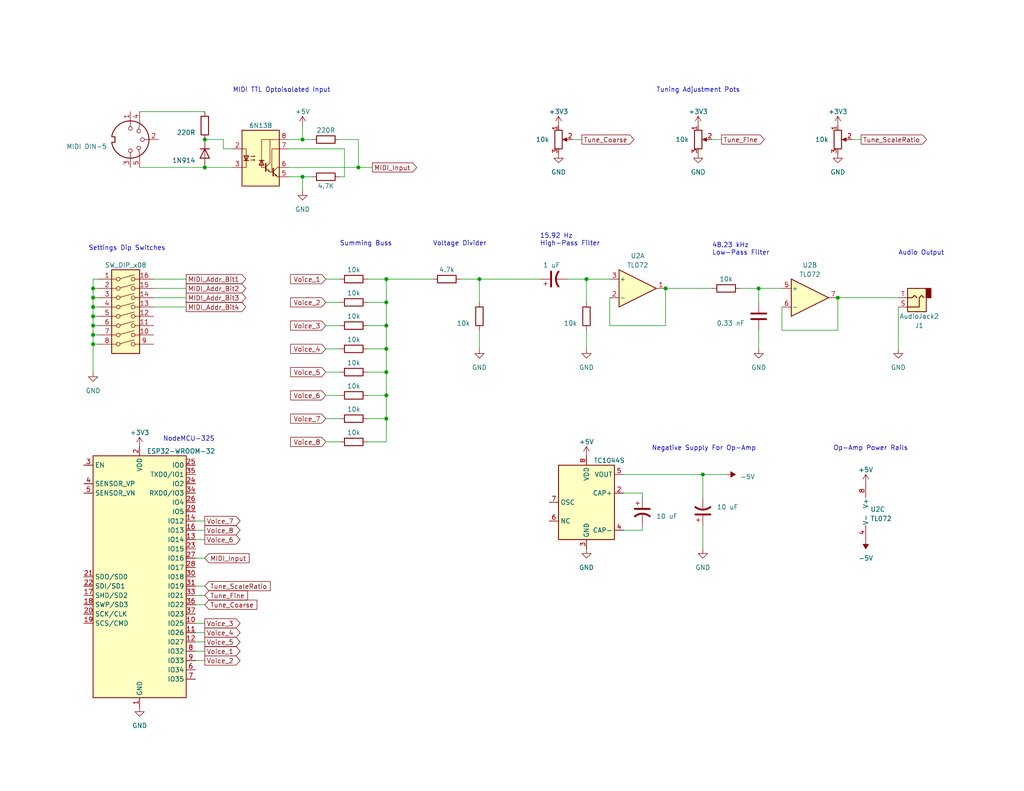
<source format=kicad_sch>
(kicad_sch (version 20230121) (generator eeschema)

  (uuid 7467d66a-9fd2-4da1-88a6-5d871ba45ace)

  (paper "USLetter")

  (title_block
    (title "Poly-Square Proto-Synth")
    (date "2024-03-10")
    (rev "1")
    (company "Aether Soundlab")
    (comment 1 "Author: Beau Sterling")
  )

  (lib_symbols
    (symbol "Amplifier_Operational:TL072" (pin_names (offset 0.127)) (in_bom yes) (on_board yes)
      (property "Reference" "U" (at 0 5.08 0)
        (effects (font (size 1.27 1.27)) (justify left))
      )
      (property "Value" "TL072" (at 0 -5.08 0)
        (effects (font (size 1.27 1.27)) (justify left))
      )
      (property "Footprint" "" (at 0 0 0)
        (effects (font (size 1.27 1.27)) hide)
      )
      (property "Datasheet" "http://www.ti.com/lit/ds/symlink/tl071.pdf" (at 0 0 0)
        (effects (font (size 1.27 1.27)) hide)
      )
      (property "ki_locked" "" (at 0 0 0)
        (effects (font (size 1.27 1.27)))
      )
      (property "ki_keywords" "dual opamp" (at 0 0 0)
        (effects (font (size 1.27 1.27)) hide)
      )
      (property "ki_description" "Dual Low-Noise JFET-Input Operational Amplifiers, DIP-8/SOIC-8" (at 0 0 0)
        (effects (font (size 1.27 1.27)) hide)
      )
      (property "ki_fp_filters" "SOIC*3.9x4.9mm*P1.27mm* DIP*W7.62mm* TO*99* OnSemi*Micro8* TSSOP*3x3mm*P0.65mm* TSSOP*4.4x3mm*P0.65mm* MSOP*3x3mm*P0.65mm* SSOP*3.9x4.9mm*P0.635mm* LFCSP*2x2mm*P0.5mm* *SIP* SOIC*5.3x6.2mm*P1.27mm*" (at 0 0 0)
        (effects (font (size 1.27 1.27)) hide)
      )
      (symbol "TL072_1_1"
        (polyline
          (pts
            (xy -5.08 5.08)
            (xy 5.08 0)
            (xy -5.08 -5.08)
            (xy -5.08 5.08)
          )
          (stroke (width 0.254) (type default))
          (fill (type background))
        )
        (pin output line (at 7.62 0 180) (length 2.54)
          (name "~" (effects (font (size 1.27 1.27))))
          (number "1" (effects (font (size 1.27 1.27))))
        )
        (pin input line (at -7.62 -2.54 0) (length 2.54)
          (name "-" (effects (font (size 1.27 1.27))))
          (number "2" (effects (font (size 1.27 1.27))))
        )
        (pin input line (at -7.62 2.54 0) (length 2.54)
          (name "+" (effects (font (size 1.27 1.27))))
          (number "3" (effects (font (size 1.27 1.27))))
        )
      )
      (symbol "TL072_2_1"
        (polyline
          (pts
            (xy -5.08 5.08)
            (xy 5.08 0)
            (xy -5.08 -5.08)
            (xy -5.08 5.08)
          )
          (stroke (width 0.254) (type default))
          (fill (type background))
        )
        (pin input line (at -7.62 2.54 0) (length 2.54)
          (name "+" (effects (font (size 1.27 1.27))))
          (number "5" (effects (font (size 1.27 1.27))))
        )
        (pin input line (at -7.62 -2.54 0) (length 2.54)
          (name "-" (effects (font (size 1.27 1.27))))
          (number "6" (effects (font (size 1.27 1.27))))
        )
        (pin output line (at 7.62 0 180) (length 2.54)
          (name "~" (effects (font (size 1.27 1.27))))
          (number "7" (effects (font (size 1.27 1.27))))
        )
      )
      (symbol "TL072_3_1"
        (pin power_in line (at -2.54 -7.62 90) (length 3.81)
          (name "V-" (effects (font (size 1.27 1.27))))
          (number "4" (effects (font (size 1.27 1.27))))
        )
        (pin power_in line (at -2.54 7.62 270) (length 3.81)
          (name "V+" (effects (font (size 1.27 1.27))))
          (number "8" (effects (font (size 1.27 1.27))))
        )
      )
    )
    (symbol "Connector:DIN-5_180degree" (pin_names (offset 1.016)) (in_bom yes) (on_board yes)
      (property "Reference" "J" (at 3.175 5.715 0)
        (effects (font (size 1.27 1.27)))
      )
      (property "Value" "DIN-5_180degree" (at 0 -6.35 0)
        (effects (font (size 1.27 1.27)))
      )
      (property "Footprint" "" (at 0 0 0)
        (effects (font (size 1.27 1.27)) hide)
      )
      (property "Datasheet" "http://www.mouser.com/ds/2/18/40_c091_abd_e-75918.pdf" (at 0 0 0)
        (effects (font (size 1.27 1.27)) hide)
      )
      (property "ki_keywords" "circular DIN connector stereo audio" (at 0 0 0)
        (effects (font (size 1.27 1.27)) hide)
      )
      (property "ki_description" "5-pin DIN connector (5-pin DIN-5 stereo)" (at 0 0 0)
        (effects (font (size 1.27 1.27)) hide)
      )
      (property "ki_fp_filters" "DIN*" (at 0 0 0)
        (effects (font (size 1.27 1.27)) hide)
      )
      (symbol "DIN-5_180degree_0_1"
        (arc (start -5.08 0) (mid -3.8609 -3.3364) (end -0.762 -5.08)
          (stroke (width 0.254) (type default))
          (fill (type none))
        )
        (circle (center -3.048 0) (radius 0.508)
          (stroke (width 0) (type default))
          (fill (type none))
        )
        (circle (center -2.286 2.286) (radius 0.508)
          (stroke (width 0) (type default))
          (fill (type none))
        )
        (polyline
          (pts
            (xy -5.08 0)
            (xy -3.556 0)
          )
          (stroke (width 0) (type default))
          (fill (type none))
        )
        (polyline
          (pts
            (xy 0 5.08)
            (xy 0 3.81)
          )
          (stroke (width 0) (type default))
          (fill (type none))
        )
        (polyline
          (pts
            (xy 5.08 0)
            (xy 3.556 0)
          )
          (stroke (width 0) (type default))
          (fill (type none))
        )
        (polyline
          (pts
            (xy -5.08 2.54)
            (xy -4.318 2.54)
            (xy -2.794 2.286)
          )
          (stroke (width 0) (type default))
          (fill (type none))
        )
        (polyline
          (pts
            (xy 5.08 2.54)
            (xy 4.318 2.54)
            (xy 2.794 2.286)
          )
          (stroke (width 0) (type default))
          (fill (type none))
        )
        (polyline
          (pts
            (xy -0.762 -4.953)
            (xy -0.762 -4.191)
            (xy 0.762 -4.191)
            (xy 0.762 -4.953)
          )
          (stroke (width 0.254) (type default))
          (fill (type none))
        )
        (circle (center 0 3.302) (radius 0.508)
          (stroke (width 0) (type default))
          (fill (type none))
        )
        (arc (start 0.762 -5.08) (mid 3.8685 -3.343) (end 5.08 0)
          (stroke (width 0.254) (type default))
          (fill (type none))
        )
        (circle (center 2.286 2.286) (radius 0.508)
          (stroke (width 0) (type default))
          (fill (type none))
        )
        (circle (center 3.048 0) (radius 0.508)
          (stroke (width 0) (type default))
          (fill (type none))
        )
        (arc (start 5.08 0) (mid 0 5.0579) (end -5.08 0)
          (stroke (width 0.254) (type default))
          (fill (type none))
        )
      )
      (symbol "DIN-5_180degree_1_1"
        (pin passive line (at -7.62 0 0) (length 2.54)
          (name "~" (effects (font (size 1.27 1.27))))
          (number "1" (effects (font (size 1.27 1.27))))
        )
        (pin passive line (at 0 7.62 270) (length 2.54)
          (name "~" (effects (font (size 1.27 1.27))))
          (number "2" (effects (font (size 1.27 1.27))))
        )
        (pin passive line (at 7.62 0 180) (length 2.54)
          (name "~" (effects (font (size 1.27 1.27))))
          (number "3" (effects (font (size 1.27 1.27))))
        )
        (pin passive line (at -7.62 2.54 0) (length 2.54)
          (name "~" (effects (font (size 1.27 1.27))))
          (number "4" (effects (font (size 1.27 1.27))))
        )
        (pin passive line (at 7.62 2.54 180) (length 2.54)
          (name "~" (effects (font (size 1.27 1.27))))
          (number "5" (effects (font (size 1.27 1.27))))
        )
      )
    )
    (symbol "Connector_Audio:AudioJack2" (in_bom yes) (on_board yes)
      (property "Reference" "J" (at 0 8.89 0)
        (effects (font (size 1.27 1.27)))
      )
      (property "Value" "AudioJack2" (at 0 6.35 0)
        (effects (font (size 1.27 1.27)))
      )
      (property "Footprint" "" (at 0 0 0)
        (effects (font (size 1.27 1.27)) hide)
      )
      (property "Datasheet" "~" (at 0 0 0)
        (effects (font (size 1.27 1.27)) hide)
      )
      (property "ki_keywords" "audio jack receptacle mono phone headphone TS connector" (at 0 0 0)
        (effects (font (size 1.27 1.27)) hide)
      )
      (property "ki_description" "Audio Jack, 2 Poles (Mono / TS)" (at 0 0 0)
        (effects (font (size 1.27 1.27)) hide)
      )
      (property "ki_fp_filters" "Jack*" (at 0 0 0)
        (effects (font (size 1.27 1.27)) hide)
      )
      (symbol "AudioJack2_0_1"
        (rectangle (start -3.81 0) (end -2.54 -2.54)
          (stroke (width 0.254) (type default))
          (fill (type outline))
        )
        (rectangle (start -2.54 3.81) (end 2.54 -2.54)
          (stroke (width 0.254) (type default))
          (fill (type background))
        )
        (polyline
          (pts
            (xy 0 0)
            (xy 0.635 -0.635)
            (xy 1.27 0)
            (xy 2.54 0)
          )
          (stroke (width 0.254) (type default))
          (fill (type none))
        )
        (polyline
          (pts
            (xy 2.54 2.54)
            (xy -0.635 2.54)
            (xy -0.635 0)
            (xy -1.27 -0.635)
            (xy -1.905 0)
          )
          (stroke (width 0.254) (type default))
          (fill (type none))
        )
      )
      (symbol "AudioJack2_1_1"
        (pin passive line (at 5.08 2.54 180) (length 2.54)
          (name "~" (effects (font (size 1.27 1.27))))
          (number "S" (effects (font (size 1.27 1.27))))
        )
        (pin passive line (at 5.08 0 180) (length 2.54)
          (name "~" (effects (font (size 1.27 1.27))))
          (number "T" (effects (font (size 1.27 1.27))))
        )
      )
    )
    (symbol "Converter_DCDC:TC7662AxPA" (in_bom yes) (on_board yes)
      (property "Reference" "U4" (at 1.9559 13.97 0)
        (effects (font (size 1.27 1.27)) (justify left))
      )
      (property "Value" "TC1044S" (at 1.9559 11.43 0)
        (effects (font (size 1.27 1.27)) (justify left))
      )
      (property "Footprint" "Package_DIP:DIP-8_W7.62mm" (at 2.54 -2.54 0)
        (effects (font (size 1.27 1.27)) hide)
      )
      (property "Datasheet" "https://ww1.microchip.com/downloads/en/DeviceDoc/21348a.pdf" (at 2.54 -2.54 0)
        (effects (font (size 1.27 1.27)) hide)
      )
      (property "ki_keywords" "charge pump DC-to-DC converter" (at 0 0 0)
        (effects (font (size 1.27 1.27)) hide)
      )
      (property "ki_description" "Charge Pump DC-to-DC Converter, 1.5 - 12V, 20mA, DIP-8" (at 0 0 0)
        (effects (font (size 1.27 1.27)) hide)
      )
      (property "ki_fp_filters" "DIP*W7.62mm*" (at 0 0 0)
        (effects (font (size 1.27 1.27)) hide)
      )
      (symbol "TC7662AxPA_0_1"
        (rectangle (start -7.62 10.16) (end 7.62 -10.16)
          (stroke (width 0.254) (type default))
          (fill (type background))
        )
      )
      (symbol "TC7662AxPA_1_1"
        (pin no_connect line (at -7.62 5.08 0) (length 2.54) hide
          (name "NC" (effects (font (size 1.27 1.27))))
          (number "1" (effects (font (size 1.27 1.27))))
        )
        (pin passive line (at 10.16 2.54 180) (length 2.54)
          (name "CAP+" (effects (font (size 1.27 1.27))))
          (number "2" (effects (font (size 1.27 1.27))))
        )
        (pin power_in line (at 0 -12.7 90) (length 2.54)
          (name "GND" (effects (font (size 1.27 1.27))))
          (number "3" (effects (font (size 1.27 1.27))))
        )
        (pin passive line (at 10.16 -7.62 180) (length 2.54)
          (name "CAP-" (effects (font (size 1.27 1.27))))
          (number "4" (effects (font (size 1.27 1.27))))
        )
        (pin power_out line (at 10.16 7.62 180) (length 2.54)
          (name "VOUT" (effects (font (size 1.27 1.27))))
          (number "5" (effects (font (size 1.27 1.27))))
        )
        (pin passive line (at -10.16 -5.08 0) (length 2.54)
          (name "NC" (effects (font (size 1.27 1.27))))
          (number "6" (effects (font (size 1.27 1.27))))
        )
        (pin passive line (at -10.16 0 0) (length 2.54)
          (name "OSC" (effects (font (size 1.27 1.27))))
          (number "7" (effects (font (size 1.27 1.27))))
        )
        (pin power_in line (at 0 12.7 270) (length 2.54)
          (name "VDD" (effects (font (size 1.27 1.27))))
          (number "8" (effects (font (size 1.27 1.27))))
        )
      )
    )
    (symbol "Device:C" (pin_numbers hide) (pin_names (offset 0.254)) (in_bom yes) (on_board yes)
      (property "Reference" "C" (at 0.635 2.54 0)
        (effects (font (size 1.27 1.27)) (justify left))
      )
      (property "Value" "C" (at 0.635 -2.54 0)
        (effects (font (size 1.27 1.27)) (justify left))
      )
      (property "Footprint" "" (at 0.9652 -3.81 0)
        (effects (font (size 1.27 1.27)) hide)
      )
      (property "Datasheet" "~" (at 0 0 0)
        (effects (font (size 1.27 1.27)) hide)
      )
      (property "ki_keywords" "cap capacitor" (at 0 0 0)
        (effects (font (size 1.27 1.27)) hide)
      )
      (property "ki_description" "Unpolarized capacitor" (at 0 0 0)
        (effects (font (size 1.27 1.27)) hide)
      )
      (property "ki_fp_filters" "C_*" (at 0 0 0)
        (effects (font (size 1.27 1.27)) hide)
      )
      (symbol "C_0_1"
        (polyline
          (pts
            (xy -2.032 -0.762)
            (xy 2.032 -0.762)
          )
          (stroke (width 0.508) (type default))
          (fill (type none))
        )
        (polyline
          (pts
            (xy -2.032 0.762)
            (xy 2.032 0.762)
          )
          (stroke (width 0.508) (type default))
          (fill (type none))
        )
      )
      (symbol "C_1_1"
        (pin passive line (at 0 3.81 270) (length 2.794)
          (name "~" (effects (font (size 1.27 1.27))))
          (number "1" (effects (font (size 1.27 1.27))))
        )
        (pin passive line (at 0 -3.81 90) (length 2.794)
          (name "~" (effects (font (size 1.27 1.27))))
          (number "2" (effects (font (size 1.27 1.27))))
        )
      )
    )
    (symbol "Device:C_Polarized_US" (pin_numbers hide) (pin_names (offset 0.254) hide) (in_bom yes) (on_board yes)
      (property "Reference" "C" (at 0.635 2.54 0)
        (effects (font (size 1.27 1.27)) (justify left))
      )
      (property "Value" "C_Polarized_US" (at 0.635 -2.54 0)
        (effects (font (size 1.27 1.27)) (justify left))
      )
      (property "Footprint" "" (at 0 0 0)
        (effects (font (size 1.27 1.27)) hide)
      )
      (property "Datasheet" "~" (at 0 0 0)
        (effects (font (size 1.27 1.27)) hide)
      )
      (property "ki_keywords" "cap capacitor" (at 0 0 0)
        (effects (font (size 1.27 1.27)) hide)
      )
      (property "ki_description" "Polarized capacitor, US symbol" (at 0 0 0)
        (effects (font (size 1.27 1.27)) hide)
      )
      (property "ki_fp_filters" "CP_*" (at 0 0 0)
        (effects (font (size 1.27 1.27)) hide)
      )
      (symbol "C_Polarized_US_0_1"
        (polyline
          (pts
            (xy -2.032 0.762)
            (xy 2.032 0.762)
          )
          (stroke (width 0.508) (type default))
          (fill (type none))
        )
        (polyline
          (pts
            (xy -1.778 2.286)
            (xy -0.762 2.286)
          )
          (stroke (width 0) (type default))
          (fill (type none))
        )
        (polyline
          (pts
            (xy -1.27 1.778)
            (xy -1.27 2.794)
          )
          (stroke (width 0) (type default))
          (fill (type none))
        )
        (arc (start 2.032 -1.27) (mid 0 -0.5572) (end -2.032 -1.27)
          (stroke (width 0.508) (type default))
          (fill (type none))
        )
      )
      (symbol "C_Polarized_US_1_1"
        (pin passive line (at 0 3.81 270) (length 2.794)
          (name "~" (effects (font (size 1.27 1.27))))
          (number "1" (effects (font (size 1.27 1.27))))
        )
        (pin passive line (at 0 -3.81 90) (length 3.302)
          (name "~" (effects (font (size 1.27 1.27))))
          (number "2" (effects (font (size 1.27 1.27))))
        )
      )
    )
    (symbol "Device:R" (pin_numbers hide) (pin_names (offset 0)) (in_bom yes) (on_board yes)
      (property "Reference" "R" (at 2.032 0 90)
        (effects (font (size 1.27 1.27)))
      )
      (property "Value" "R" (at 0 0 90)
        (effects (font (size 1.27 1.27)))
      )
      (property "Footprint" "" (at -1.778 0 90)
        (effects (font (size 1.27 1.27)) hide)
      )
      (property "Datasheet" "~" (at 0 0 0)
        (effects (font (size 1.27 1.27)) hide)
      )
      (property "ki_keywords" "R res resistor" (at 0 0 0)
        (effects (font (size 1.27 1.27)) hide)
      )
      (property "ki_description" "Resistor" (at 0 0 0)
        (effects (font (size 1.27 1.27)) hide)
      )
      (property "ki_fp_filters" "R_*" (at 0 0 0)
        (effects (font (size 1.27 1.27)) hide)
      )
      (symbol "R_0_1"
        (rectangle (start -1.016 -2.54) (end 1.016 2.54)
          (stroke (width 0.254) (type default))
          (fill (type none))
        )
      )
      (symbol "R_1_1"
        (pin passive line (at 0 3.81 270) (length 1.27)
          (name "~" (effects (font (size 1.27 1.27))))
          (number "1" (effects (font (size 1.27 1.27))))
        )
        (pin passive line (at 0 -3.81 90) (length 1.27)
          (name "~" (effects (font (size 1.27 1.27))))
          (number "2" (effects (font (size 1.27 1.27))))
        )
      )
    )
    (symbol "Device:R_Potentiometer" (pin_names (offset 1.016) hide) (in_bom yes) (on_board yes)
      (property "Reference" "RV" (at -4.445 0 90)
        (effects (font (size 1.27 1.27)))
      )
      (property "Value" "R_Potentiometer" (at -2.54 0 90)
        (effects (font (size 1.27 1.27)))
      )
      (property "Footprint" "" (at 0 0 0)
        (effects (font (size 1.27 1.27)) hide)
      )
      (property "Datasheet" "~" (at 0 0 0)
        (effects (font (size 1.27 1.27)) hide)
      )
      (property "ki_keywords" "resistor variable" (at 0 0 0)
        (effects (font (size 1.27 1.27)) hide)
      )
      (property "ki_description" "Potentiometer" (at 0 0 0)
        (effects (font (size 1.27 1.27)) hide)
      )
      (property "ki_fp_filters" "Potentiometer*" (at 0 0 0)
        (effects (font (size 1.27 1.27)) hide)
      )
      (symbol "R_Potentiometer_0_1"
        (polyline
          (pts
            (xy 2.54 0)
            (xy 1.524 0)
          )
          (stroke (width 0) (type default))
          (fill (type none))
        )
        (polyline
          (pts
            (xy 1.143 0)
            (xy 2.286 0.508)
            (xy 2.286 -0.508)
            (xy 1.143 0)
          )
          (stroke (width 0) (type default))
          (fill (type outline))
        )
        (rectangle (start 1.016 2.54) (end -1.016 -2.54)
          (stroke (width 0.254) (type default))
          (fill (type none))
        )
      )
      (symbol "R_Potentiometer_1_1"
        (pin passive line (at 0 3.81 270) (length 1.27)
          (name "1" (effects (font (size 1.27 1.27))))
          (number "1" (effects (font (size 1.27 1.27))))
        )
        (pin passive line (at 3.81 0 180) (length 1.27)
          (name "2" (effects (font (size 1.27 1.27))))
          (number "2" (effects (font (size 1.27 1.27))))
        )
        (pin passive line (at 0 -3.81 90) (length 1.27)
          (name "3" (effects (font (size 1.27 1.27))))
          (number "3" (effects (font (size 1.27 1.27))))
        )
      )
    )
    (symbol "Diode:1N914" (pin_numbers hide) (pin_names hide) (in_bom yes) (on_board yes)
      (property "Reference" "D" (at 0 2.54 0)
        (effects (font (size 1.27 1.27)))
      )
      (property "Value" "1N914" (at 0 -2.54 0)
        (effects (font (size 1.27 1.27)))
      )
      (property "Footprint" "Diode_THT:D_DO-35_SOD27_P7.62mm_Horizontal" (at 0 -4.445 0)
        (effects (font (size 1.27 1.27)) hide)
      )
      (property "Datasheet" "http://www.vishay.com/docs/85622/1n914.pdf" (at 0 0 0)
        (effects (font (size 1.27 1.27)) hide)
      )
      (property "Sim.Device" "D" (at 0 0 0)
        (effects (font (size 1.27 1.27)) hide)
      )
      (property "Sim.Pins" "1=K 2=A" (at 0 0 0)
        (effects (font (size 1.27 1.27)) hide)
      )
      (property "ki_keywords" "diode" (at 0 0 0)
        (effects (font (size 1.27 1.27)) hide)
      )
      (property "ki_description" "100V 0.3A Small Signal Fast Switching Diode, DO-35" (at 0 0 0)
        (effects (font (size 1.27 1.27)) hide)
      )
      (property "ki_fp_filters" "D*DO?35*" (at 0 0 0)
        (effects (font (size 1.27 1.27)) hide)
      )
      (symbol "1N914_0_1"
        (polyline
          (pts
            (xy -1.27 1.27)
            (xy -1.27 -1.27)
          )
          (stroke (width 0.254) (type default))
          (fill (type none))
        )
        (polyline
          (pts
            (xy 1.27 0)
            (xy -1.27 0)
          )
          (stroke (width 0) (type default))
          (fill (type none))
        )
        (polyline
          (pts
            (xy 1.27 1.27)
            (xy 1.27 -1.27)
            (xy -1.27 0)
            (xy 1.27 1.27)
          )
          (stroke (width 0.254) (type default))
          (fill (type none))
        )
      )
      (symbol "1N914_1_1"
        (pin passive line (at -3.81 0 0) (length 2.54)
          (name "K" (effects (font (size 1.27 1.27))))
          (number "1" (effects (font (size 1.27 1.27))))
        )
        (pin passive line (at 3.81 0 180) (length 2.54)
          (name "A" (effects (font (size 1.27 1.27))))
          (number "2" (effects (font (size 1.27 1.27))))
        )
      )
    )
    (symbol "Isolator:6N138" (pin_names (offset 1.016) hide) (in_bom yes) (on_board yes)
      (property "Reference" "U" (at -4.064 8.89 0)
        (effects (font (size 1.27 1.27)))
      )
      (property "Value" "6N138" (at 2.286 8.89 0)
        (effects (font (size 1.27 1.27)))
      )
      (property "Footprint" "" (at 7.366 -7.62 0)
        (effects (font (size 1.27 1.27)) hide)
      )
      (property "Datasheet" "http://www.onsemi.com/pub/Collateral/HCPL2731-D.pdf" (at 7.366 -7.62 0)
        (effects (font (size 1.27 1.27)) hide)
      )
      (property "ki_keywords" "darlington optocoupler" (at 0 0 0)
        (effects (font (size 1.27 1.27)) hide)
      )
      (property "ki_description" "Low Input Current high Gain Split Darlington Optocouplers, -0.5V to 7V VDD, DIP-8" (at 0 0 0)
        (effects (font (size 1.27 1.27)) hide)
      )
      (property "ki_fp_filters" "DIP*W7.62mm* SMDIP*W9.53mm*" (at 0 0 0)
        (effects (font (size 1.27 1.27)) hide)
      )
      (symbol "6N138_0_1"
        (rectangle (start -5.08 7.62) (end 5.08 -7.62)
          (stroke (width 0.254) (type default))
          (fill (type background))
        )
        (polyline
          (pts
            (xy -4.572 -0.635)
            (xy -3.302 -0.635)
          )
          (stroke (width 0.254) (type default))
          (fill (type none))
        )
        (polyline
          (pts
            (xy 0.889 -0.635)
            (xy -0.381 -0.635)
          )
          (stroke (width 0.254) (type default))
          (fill (type none))
        )
        (polyline
          (pts
            (xy 1.397 -2.667)
            (xy 2.54 -3.81)
          )
          (stroke (width 0) (type default))
          (fill (type none))
        )
        (polyline
          (pts
            (xy 1.397 -2.413)
            (xy 2.54 -1.27)
          )
          (stroke (width 0) (type default))
          (fill (type none))
        )
        (polyline
          (pts
            (xy 2.54 -3.81)
            (xy 3.175 -3.81)
          )
          (stroke (width 0) (type default))
          (fill (type none))
        )
        (polyline
          (pts
            (xy 3.429 -3.937)
            (xy 4.572 -5.08)
          )
          (stroke (width 0) (type default))
          (fill (type none))
        )
        (polyline
          (pts
            (xy 3.429 -3.683)
            (xy 4.572 -2.54)
          )
          (stroke (width 0) (type default))
          (fill (type none))
        )
        (polyline
          (pts
            (xy 4.572 -5.08)
            (xy 5.08 -5.08)
          )
          (stroke (width 0) (type default))
          (fill (type none))
        )
        (polyline
          (pts
            (xy 4.572 -2.54)
            (xy 5.08 -2.54)
          )
          (stroke (width 0) (type default))
          (fill (type none))
        )
        (polyline
          (pts
            (xy 1.397 -1.524)
            (xy 1.397 -3.556)
            (xy 1.397 -3.556)
          )
          (stroke (width 0.3556) (type default))
          (fill (type none))
        )
        (polyline
          (pts
            (xy 2.54 -1.27)
            (xy 2.54 5.08)
            (xy 5.08 5.08)
          )
          (stroke (width 0) (type default))
          (fill (type none))
        )
        (polyline
          (pts
            (xy 3.429 -2.794)
            (xy 3.429 -4.826)
            (xy 3.429 -4.826)
          )
          (stroke (width 0.3556) (type default))
          (fill (type none))
        )
        (polyline
          (pts
            (xy 5.08 2.54)
            (xy 3.048 2.54)
            (xy 3.048 -3.81)
          )
          (stroke (width 0) (type default))
          (fill (type none))
        )
        (polyline
          (pts
            (xy -5.08 -2.54)
            (xy -3.937 -2.54)
            (xy -3.937 2.54)
            (xy -5.08 2.54)
          )
          (stroke (width 0) (type default))
          (fill (type none))
        )
        (polyline
          (pts
            (xy -3.937 -0.635)
            (xy -4.572 0.635)
            (xy -3.302 0.635)
            (xy -3.937 -0.635)
          )
          (stroke (width 0.254) (type default))
          (fill (type none))
        )
        (polyline
          (pts
            (xy 0.254 -0.635)
            (xy 0.889 -1.905)
            (xy -0.381 -1.905)
            (xy 0.254 -0.635)
          )
          (stroke (width 0.254) (type default))
          (fill (type none))
        )
        (polyline
          (pts
            (xy 1.27 -2.54)
            (xy 0.254 -2.54)
            (xy 0.254 5.08)
            (xy 2.54 5.08)
          )
          (stroke (width 0) (type default))
          (fill (type none))
        )
        (polyline
          (pts
            (xy 2.413 -3.683)
            (xy 2.159 -3.175)
            (xy 1.905 -3.429)
            (xy 2.413 -3.683)
          )
          (stroke (width 0) (type default))
          (fill (type none))
        )
        (polyline
          (pts
            (xy 4.445 -4.953)
            (xy 4.191 -4.445)
            (xy 3.937 -4.699)
            (xy 4.445 -4.953)
          )
          (stroke (width 0) (type default))
          (fill (type none))
        )
        (polyline
          (pts
            (xy -2.794 -0.508)
            (xy -1.524 -0.508)
            (xy -1.905 -0.635)
            (xy -1.905 -0.381)
            (xy -1.524 -0.508)
          )
          (stroke (width 0) (type default))
          (fill (type none))
        )
        (polyline
          (pts
            (xy -2.794 0.508)
            (xy -1.524 0.508)
            (xy -1.905 0.381)
            (xy -1.905 0.635)
            (xy -1.524 0.508)
          )
          (stroke (width 0) (type default))
          (fill (type none))
        )
      )
      (symbol "6N138_1_1"
        (pin no_connect line (at -5.08 5.08 0) (length 2.54) hide
          (name "NC" (effects (font (size 1.27 1.27))))
          (number "1" (effects (font (size 1.27 1.27))))
        )
        (pin passive line (at -7.62 2.54 0) (length 2.54)
          (name "C1" (effects (font (size 1.27 1.27))))
          (number "2" (effects (font (size 1.27 1.27))))
        )
        (pin passive line (at -7.62 -2.54 0) (length 2.54)
          (name "C2" (effects (font (size 1.27 1.27))))
          (number "3" (effects (font (size 1.27 1.27))))
        )
        (pin no_connect line (at -5.08 -5.08 0) (length 2.54) hide
          (name "NC" (effects (font (size 1.27 1.27))))
          (number "4" (effects (font (size 1.27 1.27))))
        )
        (pin passive line (at 7.62 -5.08 180) (length 2.54)
          (name "GND" (effects (font (size 1.27 1.27))))
          (number "5" (effects (font (size 1.27 1.27))))
        )
        (pin passive line (at 7.62 -2.54 180) (length 2.54)
          (name "VO2" (effects (font (size 1.27 1.27))))
          (number "6" (effects (font (size 1.27 1.27))))
        )
        (pin passive line (at 7.62 2.54 180) (length 2.54)
          (name "VO1" (effects (font (size 1.27 1.27))))
          (number "7" (effects (font (size 1.27 1.27))))
        )
        (pin passive line (at 7.62 5.08 180) (length 2.54)
          (name "VCC" (effects (font (size 1.27 1.27))))
          (number "8" (effects (font (size 1.27 1.27))))
        )
      )
    )
    (symbol "RF_Module:ESP32-WROOM-32" (in_bom yes) (on_board yes)
      (property "Reference" "U" (at -12.7 34.29 0)
        (effects (font (size 1.27 1.27)) (justify left))
      )
      (property "Value" "ESP32-WROOM-32" (at 1.27 34.29 0)
        (effects (font (size 1.27 1.27)) (justify left))
      )
      (property "Footprint" "RF_Module:ESP32-WROOM-32" (at 0 -38.1 0)
        (effects (font (size 1.27 1.27)) hide)
      )
      (property "Datasheet" "https://www.espressif.com/sites/default/files/documentation/esp32-wroom-32_datasheet_en.pdf" (at -7.62 1.27 0)
        (effects (font (size 1.27 1.27)) hide)
      )
      (property "ki_keywords" "RF Radio BT ESP ESP32 Espressif onboard PCB antenna" (at 0 0 0)
        (effects (font (size 1.27 1.27)) hide)
      )
      (property "ki_description" "RF Module, ESP32-D0WDQ6 SoC, Wi-Fi 802.11b/g/n, Bluetooth, BLE, 32-bit, 2.7-3.6V, onboard antenna, SMD" (at 0 0 0)
        (effects (font (size 1.27 1.27)) hide)
      )
      (property "ki_fp_filters" "ESP32?WROOM?32*" (at 0 0 0)
        (effects (font (size 1.27 1.27)) hide)
      )
      (symbol "ESP32-WROOM-32_0_1"
        (rectangle (start -12.7 33.02) (end 12.7 -33.02)
          (stroke (width 0.254) (type default))
          (fill (type background))
        )
      )
      (symbol "ESP32-WROOM-32_1_1"
        (pin power_in line (at 0 -35.56 90) (length 2.54)
          (name "GND" (effects (font (size 1.27 1.27))))
          (number "1" (effects (font (size 1.27 1.27))))
        )
        (pin bidirectional line (at 15.24 -12.7 180) (length 2.54)
          (name "IO25" (effects (font (size 1.27 1.27))))
          (number "10" (effects (font (size 1.27 1.27))))
        )
        (pin bidirectional line (at 15.24 -15.24 180) (length 2.54)
          (name "IO26" (effects (font (size 1.27 1.27))))
          (number "11" (effects (font (size 1.27 1.27))))
        )
        (pin bidirectional line (at 15.24 -17.78 180) (length 2.54)
          (name "IO27" (effects (font (size 1.27 1.27))))
          (number "12" (effects (font (size 1.27 1.27))))
        )
        (pin bidirectional line (at 15.24 10.16 180) (length 2.54)
          (name "IO14" (effects (font (size 1.27 1.27))))
          (number "13" (effects (font (size 1.27 1.27))))
        )
        (pin bidirectional line (at 15.24 15.24 180) (length 2.54)
          (name "IO12" (effects (font (size 1.27 1.27))))
          (number "14" (effects (font (size 1.27 1.27))))
        )
        (pin passive line (at 0 -35.56 90) (length 2.54) hide
          (name "GND" (effects (font (size 1.27 1.27))))
          (number "15" (effects (font (size 1.27 1.27))))
        )
        (pin bidirectional line (at 15.24 12.7 180) (length 2.54)
          (name "IO13" (effects (font (size 1.27 1.27))))
          (number "16" (effects (font (size 1.27 1.27))))
        )
        (pin bidirectional line (at -15.24 -5.08 0) (length 2.54)
          (name "SHD/SD2" (effects (font (size 1.27 1.27))))
          (number "17" (effects (font (size 1.27 1.27))))
        )
        (pin bidirectional line (at -15.24 -7.62 0) (length 2.54)
          (name "SWP/SD3" (effects (font (size 1.27 1.27))))
          (number "18" (effects (font (size 1.27 1.27))))
        )
        (pin bidirectional line (at -15.24 -12.7 0) (length 2.54)
          (name "SCS/CMD" (effects (font (size 1.27 1.27))))
          (number "19" (effects (font (size 1.27 1.27))))
        )
        (pin power_in line (at 0 35.56 270) (length 2.54)
          (name "VDD" (effects (font (size 1.27 1.27))))
          (number "2" (effects (font (size 1.27 1.27))))
        )
        (pin bidirectional line (at -15.24 -10.16 0) (length 2.54)
          (name "SCK/CLK" (effects (font (size 1.27 1.27))))
          (number "20" (effects (font (size 1.27 1.27))))
        )
        (pin bidirectional line (at -15.24 0 0) (length 2.54)
          (name "SDO/SD0" (effects (font (size 1.27 1.27))))
          (number "21" (effects (font (size 1.27 1.27))))
        )
        (pin bidirectional line (at -15.24 -2.54 0) (length 2.54)
          (name "SDI/SD1" (effects (font (size 1.27 1.27))))
          (number "22" (effects (font (size 1.27 1.27))))
        )
        (pin bidirectional line (at 15.24 7.62 180) (length 2.54)
          (name "IO15" (effects (font (size 1.27 1.27))))
          (number "23" (effects (font (size 1.27 1.27))))
        )
        (pin bidirectional line (at 15.24 25.4 180) (length 2.54)
          (name "IO2" (effects (font (size 1.27 1.27))))
          (number "24" (effects (font (size 1.27 1.27))))
        )
        (pin bidirectional line (at 15.24 30.48 180) (length 2.54)
          (name "IO0" (effects (font (size 1.27 1.27))))
          (number "25" (effects (font (size 1.27 1.27))))
        )
        (pin bidirectional line (at 15.24 20.32 180) (length 2.54)
          (name "IO4" (effects (font (size 1.27 1.27))))
          (number "26" (effects (font (size 1.27 1.27))))
        )
        (pin bidirectional line (at 15.24 5.08 180) (length 2.54)
          (name "IO16" (effects (font (size 1.27 1.27))))
          (number "27" (effects (font (size 1.27 1.27))))
        )
        (pin bidirectional line (at 15.24 2.54 180) (length 2.54)
          (name "IO17" (effects (font (size 1.27 1.27))))
          (number "28" (effects (font (size 1.27 1.27))))
        )
        (pin bidirectional line (at 15.24 17.78 180) (length 2.54)
          (name "IO5" (effects (font (size 1.27 1.27))))
          (number "29" (effects (font (size 1.27 1.27))))
        )
        (pin input line (at -15.24 30.48 0) (length 2.54)
          (name "EN" (effects (font (size 1.27 1.27))))
          (number "3" (effects (font (size 1.27 1.27))))
        )
        (pin bidirectional line (at 15.24 0 180) (length 2.54)
          (name "IO18" (effects (font (size 1.27 1.27))))
          (number "30" (effects (font (size 1.27 1.27))))
        )
        (pin bidirectional line (at 15.24 -2.54 180) (length 2.54)
          (name "IO19" (effects (font (size 1.27 1.27))))
          (number "31" (effects (font (size 1.27 1.27))))
        )
        (pin no_connect line (at -12.7 -27.94 0) (length 2.54) hide
          (name "NC" (effects (font (size 1.27 1.27))))
          (number "32" (effects (font (size 1.27 1.27))))
        )
        (pin bidirectional line (at 15.24 -5.08 180) (length 2.54)
          (name "IO21" (effects (font (size 1.27 1.27))))
          (number "33" (effects (font (size 1.27 1.27))))
        )
        (pin bidirectional line (at 15.24 22.86 180) (length 2.54)
          (name "RXD0/IO3" (effects (font (size 1.27 1.27))))
          (number "34" (effects (font (size 1.27 1.27))))
        )
        (pin bidirectional line (at 15.24 27.94 180) (length 2.54)
          (name "TXD0/IO1" (effects (font (size 1.27 1.27))))
          (number "35" (effects (font (size 1.27 1.27))))
        )
        (pin bidirectional line (at 15.24 -7.62 180) (length 2.54)
          (name "IO22" (effects (font (size 1.27 1.27))))
          (number "36" (effects (font (size 1.27 1.27))))
        )
        (pin bidirectional line (at 15.24 -10.16 180) (length 2.54)
          (name "IO23" (effects (font (size 1.27 1.27))))
          (number "37" (effects (font (size 1.27 1.27))))
        )
        (pin passive line (at 0 -35.56 90) (length 2.54) hide
          (name "GND" (effects (font (size 1.27 1.27))))
          (number "38" (effects (font (size 1.27 1.27))))
        )
        (pin passive line (at 0 -35.56 90) (length 2.54) hide
          (name "GND" (effects (font (size 1.27 1.27))))
          (number "39" (effects (font (size 1.27 1.27))))
        )
        (pin input line (at -15.24 25.4 0) (length 2.54)
          (name "SENSOR_VP" (effects (font (size 1.27 1.27))))
          (number "4" (effects (font (size 1.27 1.27))))
        )
        (pin input line (at -15.24 22.86 0) (length 2.54)
          (name "SENSOR_VN" (effects (font (size 1.27 1.27))))
          (number "5" (effects (font (size 1.27 1.27))))
        )
        (pin input line (at 15.24 -25.4 180) (length 2.54)
          (name "IO34" (effects (font (size 1.27 1.27))))
          (number "6" (effects (font (size 1.27 1.27))))
        )
        (pin input line (at 15.24 -27.94 180) (length 2.54)
          (name "IO35" (effects (font (size 1.27 1.27))))
          (number "7" (effects (font (size 1.27 1.27))))
        )
        (pin bidirectional line (at 15.24 -20.32 180) (length 2.54)
          (name "IO32" (effects (font (size 1.27 1.27))))
          (number "8" (effects (font (size 1.27 1.27))))
        )
        (pin bidirectional line (at 15.24 -22.86 180) (length 2.54)
          (name "IO33" (effects (font (size 1.27 1.27))))
          (number "9" (effects (font (size 1.27 1.27))))
        )
      )
    )
    (symbol "Switch:SW_DIP_x08" (pin_names (offset 0) hide) (in_bom yes) (on_board yes)
      (property "Reference" "SW" (at 0 13.97 0)
        (effects (font (size 1.27 1.27)))
      )
      (property "Value" "SW_DIP_x08" (at 0 -11.43 0)
        (effects (font (size 1.27 1.27)))
      )
      (property "Footprint" "" (at 0 0 0)
        (effects (font (size 1.27 1.27)) hide)
      )
      (property "Datasheet" "~" (at 0 0 0)
        (effects (font (size 1.27 1.27)) hide)
      )
      (property "ki_keywords" "dip switch" (at 0 0 0)
        (effects (font (size 1.27 1.27)) hide)
      )
      (property "ki_description" "8x DIP Switch, Single Pole Single Throw (SPST) switch, small symbol" (at 0 0 0)
        (effects (font (size 1.27 1.27)) hide)
      )
      (property "ki_fp_filters" "SW?DIP?x8*" (at 0 0 0)
        (effects (font (size 1.27 1.27)) hide)
      )
      (symbol "SW_DIP_x08_0_0"
        (circle (center -2.032 -7.62) (radius 0.508)
          (stroke (width 0) (type default))
          (fill (type none))
        )
        (circle (center -2.032 -5.08) (radius 0.508)
          (stroke (width 0) (type default))
          (fill (type none))
        )
        (circle (center -2.032 -2.54) (radius 0.508)
          (stroke (width 0) (type default))
          (fill (type none))
        )
        (circle (center -2.032 0) (radius 0.508)
          (stroke (width 0) (type default))
          (fill (type none))
        )
        (circle (center -2.032 2.54) (radius 0.508)
          (stroke (width 0) (type default))
          (fill (type none))
        )
        (circle (center -2.032 5.08) (radius 0.508)
          (stroke (width 0) (type default))
          (fill (type none))
        )
        (circle (center -2.032 7.62) (radius 0.508)
          (stroke (width 0) (type default))
          (fill (type none))
        )
        (circle (center -2.032 10.16) (radius 0.508)
          (stroke (width 0) (type default))
          (fill (type none))
        )
        (polyline
          (pts
            (xy -1.524 -7.4676)
            (xy 2.3622 -6.4262)
          )
          (stroke (width 0) (type default))
          (fill (type none))
        )
        (polyline
          (pts
            (xy -1.524 -4.9276)
            (xy 2.3622 -3.8862)
          )
          (stroke (width 0) (type default))
          (fill (type none))
        )
        (polyline
          (pts
            (xy -1.524 -2.3876)
            (xy 2.3622 -1.3462)
          )
          (stroke (width 0) (type default))
          (fill (type none))
        )
        (polyline
          (pts
            (xy -1.524 0.127)
            (xy 2.3622 1.1684)
          )
          (stroke (width 0) (type default))
          (fill (type none))
        )
        (polyline
          (pts
            (xy -1.524 2.667)
            (xy 2.3622 3.7084)
          )
          (stroke (width 0) (type default))
          (fill (type none))
        )
        (polyline
          (pts
            (xy -1.524 5.207)
            (xy 2.3622 6.2484)
          )
          (stroke (width 0) (type default))
          (fill (type none))
        )
        (polyline
          (pts
            (xy -1.524 7.747)
            (xy 2.3622 8.7884)
          )
          (stroke (width 0) (type default))
          (fill (type none))
        )
        (polyline
          (pts
            (xy -1.524 10.287)
            (xy 2.3622 11.3284)
          )
          (stroke (width 0) (type default))
          (fill (type none))
        )
        (circle (center 2.032 -7.62) (radius 0.508)
          (stroke (width 0) (type default))
          (fill (type none))
        )
        (circle (center 2.032 -5.08) (radius 0.508)
          (stroke (width 0) (type default))
          (fill (type none))
        )
        (circle (center 2.032 -2.54) (radius 0.508)
          (stroke (width 0) (type default))
          (fill (type none))
        )
        (circle (center 2.032 0) (radius 0.508)
          (stroke (width 0) (type default))
          (fill (type none))
        )
        (circle (center 2.032 2.54) (radius 0.508)
          (stroke (width 0) (type default))
          (fill (type none))
        )
        (circle (center 2.032 5.08) (radius 0.508)
          (stroke (width 0) (type default))
          (fill (type none))
        )
        (circle (center 2.032 7.62) (radius 0.508)
          (stroke (width 0) (type default))
          (fill (type none))
        )
        (circle (center 2.032 10.16) (radius 0.508)
          (stroke (width 0) (type default))
          (fill (type none))
        )
      )
      (symbol "SW_DIP_x08_0_1"
        (rectangle (start -3.81 12.7) (end 3.81 -10.16)
          (stroke (width 0.254) (type default))
          (fill (type background))
        )
      )
      (symbol "SW_DIP_x08_1_1"
        (pin passive line (at -7.62 10.16 0) (length 5.08)
          (name "~" (effects (font (size 1.27 1.27))))
          (number "1" (effects (font (size 1.27 1.27))))
        )
        (pin passive line (at 7.62 -5.08 180) (length 5.08)
          (name "~" (effects (font (size 1.27 1.27))))
          (number "10" (effects (font (size 1.27 1.27))))
        )
        (pin passive line (at 7.62 -2.54 180) (length 5.08)
          (name "~" (effects (font (size 1.27 1.27))))
          (number "11" (effects (font (size 1.27 1.27))))
        )
        (pin passive line (at 7.62 0 180) (length 5.08)
          (name "~" (effects (font (size 1.27 1.27))))
          (number "12" (effects (font (size 1.27 1.27))))
        )
        (pin passive line (at 7.62 2.54 180) (length 5.08)
          (name "~" (effects (font (size 1.27 1.27))))
          (number "13" (effects (font (size 1.27 1.27))))
        )
        (pin passive line (at 7.62 5.08 180) (length 5.08)
          (name "~" (effects (font (size 1.27 1.27))))
          (number "14" (effects (font (size 1.27 1.27))))
        )
        (pin passive line (at 7.62 7.62 180) (length 5.08)
          (name "~" (effects (font (size 1.27 1.27))))
          (number "15" (effects (font (size 1.27 1.27))))
        )
        (pin passive line (at 7.62 10.16 180) (length 5.08)
          (name "~" (effects (font (size 1.27 1.27))))
          (number "16" (effects (font (size 1.27 1.27))))
        )
        (pin passive line (at -7.62 7.62 0) (length 5.08)
          (name "~" (effects (font (size 1.27 1.27))))
          (number "2" (effects (font (size 1.27 1.27))))
        )
        (pin passive line (at -7.62 5.08 0) (length 5.08)
          (name "~" (effects (font (size 1.27 1.27))))
          (number "3" (effects (font (size 1.27 1.27))))
        )
        (pin passive line (at -7.62 2.54 0) (length 5.08)
          (name "~" (effects (font (size 1.27 1.27))))
          (number "4" (effects (font (size 1.27 1.27))))
        )
        (pin passive line (at -7.62 0 0) (length 5.08)
          (name "~" (effects (font (size 1.27 1.27))))
          (number "5" (effects (font (size 1.27 1.27))))
        )
        (pin passive line (at -7.62 -2.54 0) (length 5.08)
          (name "~" (effects (font (size 1.27 1.27))))
          (number "6" (effects (font (size 1.27 1.27))))
        )
        (pin passive line (at -7.62 -5.08 0) (length 5.08)
          (name "~" (effects (font (size 1.27 1.27))))
          (number "7" (effects (font (size 1.27 1.27))))
        )
        (pin passive line (at -7.62 -7.62 0) (length 5.08)
          (name "~" (effects (font (size 1.27 1.27))))
          (number "8" (effects (font (size 1.27 1.27))))
        )
        (pin passive line (at 7.62 -7.62 180) (length 5.08)
          (name "~" (effects (font (size 1.27 1.27))))
          (number "9" (effects (font (size 1.27 1.27))))
        )
      )
    )
    (symbol "power:+3V3" (power) (pin_names (offset 0)) (in_bom yes) (on_board yes)
      (property "Reference" "#PWR" (at 0 -3.81 0)
        (effects (font (size 1.27 1.27)) hide)
      )
      (property "Value" "+3V3" (at 0 3.556 0)
        (effects (font (size 1.27 1.27)))
      )
      (property "Footprint" "" (at 0 0 0)
        (effects (font (size 1.27 1.27)) hide)
      )
      (property "Datasheet" "" (at 0 0 0)
        (effects (font (size 1.27 1.27)) hide)
      )
      (property "ki_keywords" "global power" (at 0 0 0)
        (effects (font (size 1.27 1.27)) hide)
      )
      (property "ki_description" "Power symbol creates a global label with name \"+3V3\"" (at 0 0 0)
        (effects (font (size 1.27 1.27)) hide)
      )
      (symbol "+3V3_0_1"
        (polyline
          (pts
            (xy -0.762 1.27)
            (xy 0 2.54)
          )
          (stroke (width 0) (type default))
          (fill (type none))
        )
        (polyline
          (pts
            (xy 0 0)
            (xy 0 2.54)
          )
          (stroke (width 0) (type default))
          (fill (type none))
        )
        (polyline
          (pts
            (xy 0 2.54)
            (xy 0.762 1.27)
          )
          (stroke (width 0) (type default))
          (fill (type none))
        )
      )
      (symbol "+3V3_1_1"
        (pin power_in line (at 0 0 90) (length 0) hide
          (name "+3V3" (effects (font (size 1.27 1.27))))
          (number "1" (effects (font (size 1.27 1.27))))
        )
      )
    )
    (symbol "power:+5V" (power) (pin_names (offset 0)) (in_bom yes) (on_board yes)
      (property "Reference" "#PWR" (at 0 -3.81 0)
        (effects (font (size 1.27 1.27)) hide)
      )
      (property "Value" "+5V" (at 0 3.556 0)
        (effects (font (size 1.27 1.27)))
      )
      (property "Footprint" "" (at 0 0 0)
        (effects (font (size 1.27 1.27)) hide)
      )
      (property "Datasheet" "" (at 0 0 0)
        (effects (font (size 1.27 1.27)) hide)
      )
      (property "ki_keywords" "global power" (at 0 0 0)
        (effects (font (size 1.27 1.27)) hide)
      )
      (property "ki_description" "Power symbol creates a global label with name \"+5V\"" (at 0 0 0)
        (effects (font (size 1.27 1.27)) hide)
      )
      (symbol "+5V_0_1"
        (polyline
          (pts
            (xy -0.762 1.27)
            (xy 0 2.54)
          )
          (stroke (width 0) (type default))
          (fill (type none))
        )
        (polyline
          (pts
            (xy 0 0)
            (xy 0 2.54)
          )
          (stroke (width 0) (type default))
          (fill (type none))
        )
        (polyline
          (pts
            (xy 0 2.54)
            (xy 0.762 1.27)
          )
          (stroke (width 0) (type default))
          (fill (type none))
        )
      )
      (symbol "+5V_1_1"
        (pin power_in line (at 0 0 90) (length 0) hide
          (name "+5V" (effects (font (size 1.27 1.27))))
          (number "1" (effects (font (size 1.27 1.27))))
        )
      )
    )
    (symbol "power:-5V" (power) (pin_names (offset 0)) (in_bom yes) (on_board yes)
      (property "Reference" "#PWR" (at 0 2.54 0)
        (effects (font (size 1.27 1.27)) hide)
      )
      (property "Value" "-5V" (at 0 3.81 0)
        (effects (font (size 1.27 1.27)))
      )
      (property "Footprint" "" (at 0 0 0)
        (effects (font (size 1.27 1.27)) hide)
      )
      (property "Datasheet" "" (at 0 0 0)
        (effects (font (size 1.27 1.27)) hide)
      )
      (property "ki_keywords" "global power" (at 0 0 0)
        (effects (font (size 1.27 1.27)) hide)
      )
      (property "ki_description" "Power symbol creates a global label with name \"-5V\"" (at 0 0 0)
        (effects (font (size 1.27 1.27)) hide)
      )
      (symbol "-5V_0_0"
        (pin power_in line (at 0 0 90) (length 0) hide
          (name "-5V" (effects (font (size 1.27 1.27))))
          (number "1" (effects (font (size 1.27 1.27))))
        )
      )
      (symbol "-5V_0_1"
        (polyline
          (pts
            (xy 0 0)
            (xy 0 1.27)
            (xy 0.762 1.27)
            (xy 0 2.54)
            (xy -0.762 1.27)
            (xy 0 1.27)
          )
          (stroke (width 0) (type default))
          (fill (type outline))
        )
      )
    )
    (symbol "power:GND" (power) (pin_names (offset 0)) (in_bom yes) (on_board yes)
      (property "Reference" "#PWR" (at 0 -6.35 0)
        (effects (font (size 1.27 1.27)) hide)
      )
      (property "Value" "GND" (at 0 -3.81 0)
        (effects (font (size 1.27 1.27)))
      )
      (property "Footprint" "" (at 0 0 0)
        (effects (font (size 1.27 1.27)) hide)
      )
      (property "Datasheet" "" (at 0 0 0)
        (effects (font (size 1.27 1.27)) hide)
      )
      (property "ki_keywords" "global power" (at 0 0 0)
        (effects (font (size 1.27 1.27)) hide)
      )
      (property "ki_description" "Power symbol creates a global label with name \"GND\" , ground" (at 0 0 0)
        (effects (font (size 1.27 1.27)) hide)
      )
      (symbol "GND_0_1"
        (polyline
          (pts
            (xy 0 0)
            (xy 0 -1.27)
            (xy 1.27 -1.27)
            (xy 0 -2.54)
            (xy -1.27 -1.27)
            (xy 0 -1.27)
          )
          (stroke (width 0) (type default))
          (fill (type none))
        )
      )
      (symbol "GND_1_1"
        (pin power_in line (at 0 0 270) (length 0) hide
          (name "GND" (effects (font (size 1.27 1.27))))
          (number "1" (effects (font (size 1.27 1.27))))
        )
      )
    )
  )

  (junction (at 97.79 45.72) (diameter 0) (color 0 0 0 0)
    (uuid 08a712c0-0282-4dd1-b1b0-842c46769922)
  )
  (junction (at 105.41 88.9) (diameter 0) (color 0 0 0 0)
    (uuid 1f3b0a20-037c-426f-a664-b3865902f16e)
  )
  (junction (at 25.4 93.98) (diameter 0) (color 0 0 0 0)
    (uuid 20401009-0b86-435a-9957-51c6c4719c35)
  )
  (junction (at 207.01 78.74) (diameter 0) (color 0 0 0 0)
    (uuid 2b8a09cb-c1bc-417b-b5c1-1fa00ac8e11b)
  )
  (junction (at 105.41 82.55) (diameter 0) (color 0 0 0 0)
    (uuid 33e48cb7-1ec4-4891-9cd0-8b91ff27f527)
  )
  (junction (at 82.55 48.26) (diameter 0) (color 0 0 0 0)
    (uuid 466b6465-fefd-41e9-a770-3dd8a205056b)
  )
  (junction (at 105.41 107.95) (diameter 0) (color 0 0 0 0)
    (uuid 4ef25b7d-8a56-4f5e-962f-84277524f951)
  )
  (junction (at 181.61 78.74) (diameter 0) (color 0 0 0 0)
    (uuid 54c08eb0-dc13-4369-b6ef-dc82d3f3b2d3)
  )
  (junction (at 55.88 38.1) (diameter 0) (color 0 0 0 0)
    (uuid 5c0ffedb-7c36-494b-a482-127ec4b29358)
  )
  (junction (at 25.4 91.44) (diameter 0) (color 0 0 0 0)
    (uuid 5e96b2ed-33ce-4e3c-bc63-7bcfc4496fa8)
  )
  (junction (at 25.4 81.28) (diameter 0) (color 0 0 0 0)
    (uuid 62092fad-e407-44c1-ac45-f2285f38ba1c)
  )
  (junction (at 228.6 81.28) (diameter 0) (color 0 0 0 0)
    (uuid 74376743-9b0d-43d5-84fc-b1eea58c7ec5)
  )
  (junction (at 82.55 38.1) (diameter 0) (color 0 0 0 0)
    (uuid 7eb8bde7-fa8a-4fda-a89d-fbb0dc235c97)
  )
  (junction (at 105.41 114.3) (diameter 0) (color 0 0 0 0)
    (uuid 7f352e2b-e771-4c30-b197-05537c960f85)
  )
  (junction (at 160.02 76.2) (diameter 0) (color 0 0 0 0)
    (uuid a0cff144-33cb-4902-b8b0-db699b3c07a2)
  )
  (junction (at 25.4 88.9) (diameter 0) (color 0 0 0 0)
    (uuid a4817e9c-f19a-4c0d-a2dc-bca599044442)
  )
  (junction (at 25.4 86.36) (diameter 0) (color 0 0 0 0)
    (uuid c30a2cb9-ac70-4ebc-91aa-aff93e666ddd)
  )
  (junction (at 105.41 76.2) (diameter 0) (color 0 0 0 0)
    (uuid dc5fb5fa-4c8c-4efd-b760-5a2c482ef935)
  )
  (junction (at 25.4 83.82) (diameter 0) (color 0 0 0 0)
    (uuid e3184108-62fe-45aa-bd42-84c49a2f88e9)
  )
  (junction (at 55.88 45.72) (diameter 0) (color 0 0 0 0)
    (uuid e5a5c59d-1b27-4eea-b1ca-7b2c2750b90a)
  )
  (junction (at 130.81 76.2) (diameter 0) (color 0 0 0 0)
    (uuid ea53355a-6f5a-43af-96fa-1fcbd4b1bca0)
  )
  (junction (at 105.41 101.6) (diameter 0) (color 0 0 0 0)
    (uuid eb7fbbba-843a-4696-b974-904ee8f8f262)
  )
  (junction (at 25.4 78.74) (diameter 0) (color 0 0 0 0)
    (uuid f3174675-2671-420f-819e-128266c3ce07)
  )
  (junction (at 105.41 95.25) (diameter 0) (color 0 0 0 0)
    (uuid fe05c343-98c8-4cde-8668-8619b2f0cef8)
  )
  (junction (at 191.77 129.54) (diameter 0) (color 0 0 0 0)
    (uuid fea6587a-b328-4393-8970-8d9655728009)
  )

  (wire (pts (xy 53.34 172.72) (xy 55.88 172.72))
    (stroke (width 0) (type default))
    (uuid 00d3d246-3767-4608-ae1a-c78fc1b0c142)
  )
  (wire (pts (xy 175.26 134.62) (xy 175.26 135.89))
    (stroke (width 0) (type default))
    (uuid 019f66e8-e9e2-4ecf-b9bf-8584f8025c5d)
  )
  (wire (pts (xy 105.41 114.3) (xy 105.41 107.95))
    (stroke (width 0) (type default))
    (uuid 022bd32e-2cae-484c-90ed-b5ed048b432b)
  )
  (wire (pts (xy 232.41 38.1) (xy 234.95 38.1))
    (stroke (width 0) (type default))
    (uuid 054f8f7e-ea3d-41ca-9875-e8a28f411ad4)
  )
  (wire (pts (xy 156.21 38.1) (xy 158.75 38.1))
    (stroke (width 0) (type default))
    (uuid 0744a365-6c54-4d81-bf81-a2638c51def4)
  )
  (wire (pts (xy 130.81 76.2) (xy 147.32 76.2))
    (stroke (width 0) (type default))
    (uuid 078528bc-b11a-4281-acec-ab3ae3e19e75)
  )
  (wire (pts (xy 213.36 90.17) (xy 213.36 83.82))
    (stroke (width 0) (type default))
    (uuid 0e85cae4-9c15-434d-bc41-fbc184f645fd)
  )
  (wire (pts (xy 53.34 147.32) (xy 55.88 147.32))
    (stroke (width 0) (type default))
    (uuid 14bcdc74-5344-4729-b372-12ab741c3382)
  )
  (wire (pts (xy 181.61 88.9) (xy 181.61 78.74))
    (stroke (width 0) (type default))
    (uuid 1520b4f3-d827-4fbf-80fd-6a2be233e14e)
  )
  (wire (pts (xy 100.33 95.25) (xy 105.41 95.25))
    (stroke (width 0) (type default))
    (uuid 16fd98ef-aa85-4ac2-bffb-6d69937f670f)
  )
  (wire (pts (xy 53.34 162.56) (xy 55.88 162.56))
    (stroke (width 0) (type default))
    (uuid 17844942-79f4-4e32-991a-eeb28f1366d7)
  )
  (wire (pts (xy 228.6 81.28) (xy 245.11 81.28))
    (stroke (width 0) (type default))
    (uuid 1ce4dd16-ccc2-4513-b279-b029f3d872f6)
  )
  (wire (pts (xy 25.4 78.74) (xy 26.67 78.74))
    (stroke (width 0) (type default))
    (uuid 1d10defd-353c-44d4-b4df-9bb991929a45)
  )
  (wire (pts (xy 53.34 180.34) (xy 55.88 180.34))
    (stroke (width 0) (type default))
    (uuid 1ebfeefa-bf2c-400e-bbe4-3a9bee58b2cb)
  )
  (wire (pts (xy 88.9 114.3) (xy 92.71 114.3))
    (stroke (width 0) (type default))
    (uuid 231fd932-26f9-4823-aa3f-44c6c30fa3d7)
  )
  (wire (pts (xy 97.79 38.1) (xy 97.79 45.72))
    (stroke (width 0) (type default))
    (uuid 273c3870-dfa4-480e-b7a9-3a04d85d9456)
  )
  (wire (pts (xy 88.9 82.55) (xy 92.71 82.55))
    (stroke (width 0) (type default))
    (uuid 29919126-87b1-4193-a2d5-1fcdc91c9ffb)
  )
  (wire (pts (xy 105.41 76.2) (xy 118.11 76.2))
    (stroke (width 0) (type default))
    (uuid 2fa2d4bf-b5c4-4ea2-90a6-67e550bdad98)
  )
  (wire (pts (xy 93.98 40.64) (xy 93.98 48.26))
    (stroke (width 0) (type default))
    (uuid 3127ac88-d9e7-49cd-8eee-a3c08a9573ec)
  )
  (wire (pts (xy 78.74 45.72) (xy 97.79 45.72))
    (stroke (width 0) (type default))
    (uuid 34a771f7-06d0-481f-8209-7b11b1cf5a99)
  )
  (wire (pts (xy 154.94 76.2) (xy 160.02 76.2))
    (stroke (width 0) (type default))
    (uuid 36569dec-d723-4a57-8e69-b98fe8338ce0)
  )
  (wire (pts (xy 78.74 38.1) (xy 82.55 38.1))
    (stroke (width 0) (type default))
    (uuid 36abc5e7-c809-44b7-ab29-3fecc3c7aa00)
  )
  (wire (pts (xy 160.02 76.2) (xy 166.37 76.2))
    (stroke (width 0) (type default))
    (uuid 36da2cd7-fcae-4240-a2fb-c3b24af2a5fb)
  )
  (wire (pts (xy 100.33 88.9) (xy 105.41 88.9))
    (stroke (width 0) (type default))
    (uuid 3966a708-955b-4fbf-ad41-c774a870f429)
  )
  (wire (pts (xy 92.71 38.1) (xy 97.79 38.1))
    (stroke (width 0) (type default))
    (uuid 397a9aaa-b47a-416c-9e5e-22d5ff264c5e)
  )
  (wire (pts (xy 25.4 88.9) (xy 26.67 88.9))
    (stroke (width 0) (type default))
    (uuid 3bb56677-f670-4ca9-9c2b-6af474e7da92)
  )
  (wire (pts (xy 78.74 40.64) (xy 93.98 40.64))
    (stroke (width 0) (type default))
    (uuid 3c431842-de91-4777-bd05-e304962ea845)
  )
  (wire (pts (xy 100.33 114.3) (xy 105.41 114.3))
    (stroke (width 0) (type default))
    (uuid 3e395718-a5a6-4832-8ec9-0c3aee3dc44e)
  )
  (wire (pts (xy 191.77 129.54) (xy 191.77 135.89))
    (stroke (width 0) (type default))
    (uuid 43024752-6c35-4e11-8c44-b8b6ffcf7e4e)
  )
  (wire (pts (xy 53.34 152.4) (xy 55.88 152.4))
    (stroke (width 0) (type default))
    (uuid 4362f5ea-c0a1-4ca1-83b7-fb20d54ad643)
  )
  (wire (pts (xy 181.61 78.74) (xy 194.31 78.74))
    (stroke (width 0) (type default))
    (uuid 49cad2b7-9ef2-4d23-a1f5-f7341590495a)
  )
  (wire (pts (xy 82.55 48.26) (xy 85.09 48.26))
    (stroke (width 0) (type default))
    (uuid 5255bf0a-d458-4639-9abd-58b0d4809ca2)
  )
  (wire (pts (xy 25.4 83.82) (xy 26.67 83.82))
    (stroke (width 0) (type default))
    (uuid 532958f5-9b8f-4f06-abc6-0d9f7aa62c21)
  )
  (wire (pts (xy 228.6 90.17) (xy 213.36 90.17))
    (stroke (width 0) (type default))
    (uuid 5d8dc4ff-55f1-47b3-a201-3dc18250b0ed)
  )
  (wire (pts (xy 88.9 95.25) (xy 92.71 95.25))
    (stroke (width 0) (type default))
    (uuid 5da61567-0581-4739-91cb-e3c78434349f)
  )
  (wire (pts (xy 53.34 177.8) (xy 55.88 177.8))
    (stroke (width 0) (type default))
    (uuid 6130eb74-75c3-4158-afac-fcf9e69464e0)
  )
  (wire (pts (xy 105.41 82.55) (xy 100.33 82.55))
    (stroke (width 0) (type default))
    (uuid 62ed9bf6-4cc6-4ee3-91ae-fe295e1a6ca3)
  )
  (wire (pts (xy 55.88 45.72) (xy 63.5 45.72))
    (stroke (width 0) (type default))
    (uuid 6572224d-1843-4f54-95af-7bf9244480c9)
  )
  (wire (pts (xy 105.41 95.25) (xy 105.41 88.9))
    (stroke (width 0) (type default))
    (uuid 68246f9e-3afe-4de4-b9df-87dbc9706511)
  )
  (wire (pts (xy 25.4 93.98) (xy 25.4 101.6))
    (stroke (width 0) (type default))
    (uuid 6d4a7ac4-3ed6-4f8e-9f93-0f7406c3a344)
  )
  (wire (pts (xy 207.01 90.17) (xy 207.01 95.25))
    (stroke (width 0) (type default))
    (uuid 71f6bef2-b707-4d29-8e04-61a48625a1bf)
  )
  (wire (pts (xy 41.91 78.74) (xy 50.8 78.74))
    (stroke (width 0) (type default))
    (uuid 74a85589-00e7-4e93-bdae-59951a81c24a)
  )
  (wire (pts (xy 166.37 88.9) (xy 181.61 88.9))
    (stroke (width 0) (type default))
    (uuid 75effb7d-5f40-48f2-93a5-98ff9399ed45)
  )
  (wire (pts (xy 38.1 45.72) (xy 55.88 45.72))
    (stroke (width 0) (type default))
    (uuid 76e7a0de-6729-4284-b5b8-73425d0a34cf)
  )
  (wire (pts (xy 25.4 76.2) (xy 26.67 76.2))
    (stroke (width 0) (type default))
    (uuid 792be8b0-cd49-4f97-b5e3-972b87f847da)
  )
  (wire (pts (xy 130.81 76.2) (xy 130.81 82.55))
    (stroke (width 0) (type default))
    (uuid 79d95646-1868-4d3a-91e7-c2852fb30e42)
  )
  (wire (pts (xy 78.74 48.26) (xy 82.55 48.26))
    (stroke (width 0) (type default))
    (uuid 7b107f95-19f2-4b15-9138-851fb4ac0556)
  )
  (wire (pts (xy 82.55 34.29) (xy 82.55 38.1))
    (stroke (width 0) (type default))
    (uuid 7e35e420-2166-4334-b9d3-7bb4231bd9f9)
  )
  (wire (pts (xy 25.4 91.44) (xy 26.67 91.44))
    (stroke (width 0) (type default))
    (uuid 82a9f1b3-9e20-48ab-b87d-d419619f6767)
  )
  (wire (pts (xy 60.96 38.1) (xy 55.88 38.1))
    (stroke (width 0) (type default))
    (uuid 83a481c6-d3e7-47e2-804f-e97a9f56e73b)
  )
  (wire (pts (xy 41.91 83.82) (xy 50.8 83.82))
    (stroke (width 0) (type default))
    (uuid 857f9035-cc9b-42d1-8e5b-8011758ea6eb)
  )
  (wire (pts (xy 25.4 76.2) (xy 25.4 78.74))
    (stroke (width 0) (type default))
    (uuid 866b3a33-843f-4988-8f99-df9f7093d03f)
  )
  (wire (pts (xy 170.18 134.62) (xy 175.26 134.62))
    (stroke (width 0) (type default))
    (uuid 88a40cb3-c5cb-4c86-81e1-1ee2b7682258)
  )
  (wire (pts (xy 88.9 107.95) (xy 92.71 107.95))
    (stroke (width 0) (type default))
    (uuid 898e4b21-c715-4440-b72f-13aafd0dd2d1)
  )
  (wire (pts (xy 105.41 88.9) (xy 105.41 82.55))
    (stroke (width 0) (type default))
    (uuid 8ad5d2fb-28d6-4bb6-b379-5e7bbba76179)
  )
  (wire (pts (xy 170.18 129.54) (xy 191.77 129.54))
    (stroke (width 0) (type default))
    (uuid 8f02f2f5-d1cb-4760-8454-9492c5e6edb4)
  )
  (wire (pts (xy 53.34 175.26) (xy 55.88 175.26))
    (stroke (width 0) (type default))
    (uuid 91251976-33b6-4d9e-8de8-be4ed12c2ad1)
  )
  (wire (pts (xy 105.41 107.95) (xy 105.41 101.6))
    (stroke (width 0) (type default))
    (uuid 96557d81-c954-43ea-b830-4af564a5e560)
  )
  (wire (pts (xy 53.34 170.18) (xy 55.88 170.18))
    (stroke (width 0) (type default))
    (uuid 9681fd29-6711-4d52-8e25-a9d43471ff8c)
  )
  (wire (pts (xy 41.91 76.2) (xy 50.8 76.2))
    (stroke (width 0) (type default))
    (uuid 9972130c-d96d-4674-ad56-19f333dc5eb2)
  )
  (wire (pts (xy 25.4 93.98) (xy 26.67 93.98))
    (stroke (width 0) (type default))
    (uuid 9cf8fb8f-4f86-4f85-94dd-3688fbf341e6)
  )
  (wire (pts (xy 194.31 38.1) (xy 196.85 38.1))
    (stroke (width 0) (type default))
    (uuid 9e8c36a7-62d5-4b7e-956f-8e65af79aa50)
  )
  (wire (pts (xy 25.4 78.74) (xy 25.4 81.28))
    (stroke (width 0) (type default))
    (uuid 9f20dbc9-62f1-4cf6-9258-70d43c839993)
  )
  (wire (pts (xy 100.33 107.95) (xy 105.41 107.95))
    (stroke (width 0) (type default))
    (uuid a0d65164-6985-4d30-92cf-6381ee81bdf8)
  )
  (wire (pts (xy 105.41 76.2) (xy 105.41 82.55))
    (stroke (width 0) (type default))
    (uuid a11f9d11-6417-4f34-aba7-c8ecd495e515)
  )
  (wire (pts (xy 88.9 76.2) (xy 92.71 76.2))
    (stroke (width 0) (type default))
    (uuid a42c7fc0-266b-4212-b0bb-9b65f12a6996)
  )
  (wire (pts (xy 175.26 144.78) (xy 175.26 143.51))
    (stroke (width 0) (type default))
    (uuid a4c2fefa-9932-4583-a1a3-3f18028d02aa)
  )
  (wire (pts (xy 53.34 142.24) (xy 55.88 142.24))
    (stroke (width 0) (type default))
    (uuid a770e648-d4d3-417d-a06a-0d45db6b9b8b)
  )
  (wire (pts (xy 25.4 81.28) (xy 26.67 81.28))
    (stroke (width 0) (type default))
    (uuid a7afe0bf-5b81-416f-98bc-5313f1e70839)
  )
  (wire (pts (xy 105.41 120.65) (xy 105.41 114.3))
    (stroke (width 0) (type default))
    (uuid a96d2c89-8f6c-40a2-846e-6c2b73ba398d)
  )
  (wire (pts (xy 166.37 81.28) (xy 166.37 88.9))
    (stroke (width 0) (type default))
    (uuid a97f602c-04e8-4fc6-a0d6-a6d30cd20b2a)
  )
  (wire (pts (xy 100.33 76.2) (xy 105.41 76.2))
    (stroke (width 0) (type default))
    (uuid afd42926-264a-4097-a821-c4491f7f69d5)
  )
  (wire (pts (xy 25.4 91.44) (xy 25.4 93.98))
    (stroke (width 0) (type default))
    (uuid b167133e-a605-44a5-b411-1d66419b4ed6)
  )
  (wire (pts (xy 97.79 45.72) (xy 101.6 45.72))
    (stroke (width 0) (type default))
    (uuid b1818a08-48d9-4c9a-8087-6ce1fc749cb5)
  )
  (wire (pts (xy 60.96 40.64) (xy 60.96 38.1))
    (stroke (width 0) (type default))
    (uuid b1a5eacf-3609-4c79-af15-510f95cf0591)
  )
  (wire (pts (xy 105.41 101.6) (xy 105.41 95.25))
    (stroke (width 0) (type default))
    (uuid b20e1e41-90f9-4a18-8fcc-b6b3103dcfaf)
  )
  (wire (pts (xy 100.33 120.65) (xy 105.41 120.65))
    (stroke (width 0) (type default))
    (uuid b7f4e9ee-0b29-4292-8101-c494fd6dfc9c)
  )
  (wire (pts (xy 82.55 38.1) (xy 85.09 38.1))
    (stroke (width 0) (type default))
    (uuid bac3d18a-469d-4a38-8c00-f71eab526c00)
  )
  (wire (pts (xy 93.98 48.26) (xy 92.71 48.26))
    (stroke (width 0) (type default))
    (uuid bd5670fb-d249-4266-83dd-e57f33d79960)
  )
  (wire (pts (xy 25.4 86.36) (xy 25.4 88.9))
    (stroke (width 0) (type default))
    (uuid bf6b52b8-4f8e-45ed-be81-943df0d69e65)
  )
  (wire (pts (xy 53.34 144.78) (xy 55.88 144.78))
    (stroke (width 0) (type default))
    (uuid c4d7613f-21b9-494f-8628-7066ebfde6a1)
  )
  (wire (pts (xy 191.77 143.51) (xy 191.77 149.86))
    (stroke (width 0) (type default))
    (uuid c577d498-5f58-4185-8fa1-d27bdadf97dd)
  )
  (wire (pts (xy 25.4 83.82) (xy 25.4 86.36))
    (stroke (width 0) (type default))
    (uuid c64e9e47-6e59-4134-8e8f-fe34683acb03)
  )
  (wire (pts (xy 88.9 101.6) (xy 92.71 101.6))
    (stroke (width 0) (type default))
    (uuid c7b1d919-aab6-496b-a731-5b1f23c9f8ee)
  )
  (wire (pts (xy 53.34 160.02) (xy 55.88 160.02))
    (stroke (width 0) (type default))
    (uuid c8120cb4-bfd2-4674-be91-3e3a4d400296)
  )
  (wire (pts (xy 245.11 83.82) (xy 245.11 95.25))
    (stroke (width 0) (type default))
    (uuid cbe536dd-acd7-4949-b72f-1bb9f47f03f6)
  )
  (wire (pts (xy 130.81 90.17) (xy 130.81 95.25))
    (stroke (width 0) (type default))
    (uuid cc4bf89c-89a5-40d7-b597-d67bb948975d)
  )
  (wire (pts (xy 191.77 129.54) (xy 198.12 129.54))
    (stroke (width 0) (type default))
    (uuid cdf486bf-e906-4429-b2c4-f8ca9e6e7528)
  )
  (wire (pts (xy 88.9 120.65) (xy 92.71 120.65))
    (stroke (width 0) (type default))
    (uuid d00eb337-3ac6-44ba-82d7-3f182ab2f467)
  )
  (wire (pts (xy 38.1 30.48) (xy 55.88 30.48))
    (stroke (width 0) (type default))
    (uuid d2ab17de-e89b-4e01-ac32-09852aadd18b)
  )
  (wire (pts (xy 160.02 90.17) (xy 160.02 95.25))
    (stroke (width 0) (type default))
    (uuid d39377a2-fdb8-4ee5-a403-e78f4a5d78b6)
  )
  (wire (pts (xy 160.02 76.2) (xy 160.02 82.55))
    (stroke (width 0) (type default))
    (uuid d3c0b7e3-41ed-4855-a3ff-b7539ba76ccf)
  )
  (wire (pts (xy 53.34 165.1) (xy 55.88 165.1))
    (stroke (width 0) (type default))
    (uuid d4c5e35a-25cd-4cb5-85d2-630c721f7415)
  )
  (wire (pts (xy 60.96 40.64) (xy 63.5 40.64))
    (stroke (width 0) (type default))
    (uuid d669987d-301c-4073-b291-027cbbe58c09)
  )
  (wire (pts (xy 82.55 48.26) (xy 82.55 52.07))
    (stroke (width 0) (type default))
    (uuid daad9521-6e92-4a2e-afb7-223d839745fe)
  )
  (wire (pts (xy 100.33 101.6) (xy 105.41 101.6))
    (stroke (width 0) (type default))
    (uuid dd5c7b76-827b-41d5-9831-fc137407e5fe)
  )
  (wire (pts (xy 25.4 81.28) (xy 25.4 83.82))
    (stroke (width 0) (type default))
    (uuid e1aa0bf6-e537-439a-aa49-709892519d89)
  )
  (wire (pts (xy 41.91 81.28) (xy 50.8 81.28))
    (stroke (width 0) (type default))
    (uuid e31d8f05-5987-4814-a8b8-b0c6f3a97d6c)
  )
  (wire (pts (xy 25.4 86.36) (xy 26.67 86.36))
    (stroke (width 0) (type default))
    (uuid e3ca4774-b62f-49b3-bd80-2396eefe4cd9)
  )
  (wire (pts (xy 228.6 81.28) (xy 228.6 90.17))
    (stroke (width 0) (type default))
    (uuid e3ebefd2-0084-4ba0-b525-4c546c2dd6d9)
  )
  (wire (pts (xy 88.9 88.9) (xy 92.71 88.9))
    (stroke (width 0) (type default))
    (uuid e446f974-4bc2-4b85-8d4b-df35ac849bb9)
  )
  (wire (pts (xy 207.01 78.74) (xy 213.36 78.74))
    (stroke (width 0) (type default))
    (uuid e8329b44-eab5-4f1b-87a8-81b7d8ea703a)
  )
  (wire (pts (xy 125.73 76.2) (xy 130.81 76.2))
    (stroke (width 0) (type default))
    (uuid eab5d147-8491-4e3d-a4da-b2d889a63ff6)
  )
  (wire (pts (xy 170.18 144.78) (xy 175.26 144.78))
    (stroke (width 0) (type default))
    (uuid efc5f918-fcd8-404f-848b-46146160942e)
  )
  (wire (pts (xy 25.4 88.9) (xy 25.4 91.44))
    (stroke (width 0) (type default))
    (uuid f0b0224c-182b-4009-8408-a027f7ded2f1)
  )
  (wire (pts (xy 201.93 78.74) (xy 207.01 78.74))
    (stroke (width 0) (type default))
    (uuid f6b1046f-8a75-49b8-a74a-b8436c3509b4)
  )
  (wire (pts (xy 207.01 78.74) (xy 207.01 82.55))
    (stroke (width 0) (type default))
    (uuid f7a795ee-48d0-4e20-a545-614cd5ed4574)
  )

  (text "48.23 kHz\nLow-Pass Filter" (at 194.31 69.85 0)
    (effects (font (size 1.27 1.27)) (justify left bottom))
    (uuid 009efaad-0967-4f3b-9d58-6a7d6a43c867)
  )
  (text "Op-Amp Power Rails" (at 227.33 123.19 0)
    (effects (font (size 1.27 1.27)) (justify left bottom))
    (uuid 0894e303-ec0d-4a28-a833-86c8d82c5bd0)
  )
  (text "Voltage Divider" (at 118.11 67.31 0)
    (effects (font (size 1.27 1.27)) (justify left bottom))
    (uuid 0be2e4a5-d933-4c32-99ba-454ff74751a2)
  )
  (text "Summing Buss" (at 92.71 67.31 0)
    (effects (font (size 1.27 1.27)) (justify left bottom))
    (uuid 1866f7e9-ef62-4506-9622-b1464cb59853)
  )
  (text "Audio Output" (at 245.11 69.85 0)
    (effects (font (size 1.27 1.27)) (justify left bottom))
    (uuid 665f0ae3-6749-4485-9eb0-b0134245dc8a)
  )
  (text "Settings Dip Switches" (at 24.13 68.58 0)
    (effects (font (size 1.27 1.27)) (justify left bottom))
    (uuid 6d55385a-ac81-4e51-8a6e-ed60549460af)
  )
  (text "MIDI TTL Optoisolated Input" (at 63.5 25.4 0)
    (effects (font (size 1.27 1.27)) (justify left bottom))
    (uuid 96e894bb-45c4-48ce-bb23-f1ae321fd652)
  )
  (text "Negative Supply For Op-Amp" (at 177.8 123.19 0)
    (effects (font (size 1.27 1.27)) (justify left bottom))
    (uuid a3d39c34-81fb-49f9-824b-cbb9d7956d2f)
  )
  (text "NodeMCU-32S" (at 44.45 120.65 0)
    (effects (font (size 1.27 1.27)) (justify left bottom))
    (uuid c4034157-18dd-4c8f-9df8-753ac208a888)
  )
  (text "Tuning Adjustment Pots" (at 179.07 25.4 0)
    (effects (font (size 1.27 1.27)) (justify left bottom))
    (uuid c5897f07-2659-475a-93da-b5146288beb5)
  )
  (text "15.92 Hz\nHigh-Pass Filter" (at 147.32 67.31 0)
    (effects (font (size 1.27 1.27)) (justify left bottom))
    (uuid de4fecc3-b2bc-4dfa-939c-ecc7fadb228d)
  )

  (global_label "Voice_2" (shape output) (at 55.88 180.34 0) (fields_autoplaced)
    (effects (font (size 1.27 1.27)) (justify left))
    (uuid 0c8a6649-8012-48d6-b467-0808409ce7e8)
    (property "Intersheetrefs" "${INTERSHEET_REFS}" (at 65.9825 180.34 0)
      (effects (font (size 1.27 1.27)) (justify left) hide)
    )
  )
  (global_label "Voice_7" (shape output) (at 55.88 142.24 0) (fields_autoplaced)
    (effects (font (size 1.27 1.27)) (justify left))
    (uuid 13d6cdf9-a25c-4197-a3a4-2dada87ab7d3)
    (property "Intersheetrefs" "${INTERSHEET_REFS}" (at 65.9825 142.24 0)
      (effects (font (size 1.27 1.27)) (justify left) hide)
    )
  )
  (global_label "Voice_2" (shape input) (at 88.9 82.55 180) (fields_autoplaced)
    (effects (font (size 1.27 1.27)) (justify right))
    (uuid 17bd3558-5cc3-4f06-ad8a-2a881075d5c5)
    (property "Intersheetrefs" "${INTERSHEET_REFS}" (at 78.7975 82.55 0)
      (effects (font (size 1.27 1.27)) (justify right) hide)
    )
  )
  (global_label "Tune_Fine" (shape input) (at 55.88 162.56 0) (fields_autoplaced)
    (effects (font (size 1.27 1.27)) (justify left))
    (uuid 225de0f4-98b5-4fda-bb68-fdd013be29ea)
    (property "Intersheetrefs" "${INTERSHEET_REFS}" (at 68.0386 162.56 0)
      (effects (font (size 1.27 1.27)) (justify left) hide)
    )
  )
  (global_label "MIDI_Addr_Bit4" (shape output) (at 50.8 83.82 0) (fields_autoplaced)
    (effects (font (size 1.27 1.27)) (justify left))
    (uuid 228ac6ad-c39a-43cd-bc00-0fe2b5e2bdba)
    (property "Intersheetrefs" "${INTERSHEET_REFS}" (at 67.5548 83.82 0)
      (effects (font (size 1.27 1.27)) (justify left) hide)
    )
  )
  (global_label "Voice_6" (shape output) (at 55.88 147.32 0) (fields_autoplaced)
    (effects (font (size 1.27 1.27)) (justify left))
    (uuid 2c5879d3-2f81-4f34-80b9-f7804b8e0cca)
    (property "Intersheetrefs" "${INTERSHEET_REFS}" (at 65.9825 147.32 0)
      (effects (font (size 1.27 1.27)) (justify left) hide)
    )
  )
  (global_label "Tune_Fine" (shape output) (at 196.85 38.1 0) (fields_autoplaced)
    (effects (font (size 1.27 1.27)) (justify left))
    (uuid 3d338109-99b0-41e2-86e6-e300172dac08)
    (property "Intersheetrefs" "${INTERSHEET_REFS}" (at 209.0086 38.1 0)
      (effects (font (size 1.27 1.27)) (justify left) hide)
    )
  )
  (global_label "Voice_6" (shape input) (at 88.9 107.95 180) (fields_autoplaced)
    (effects (font (size 1.27 1.27)) (justify right))
    (uuid 3d389240-b6d7-4fd0-b2cf-7b836a161940)
    (property "Intersheetrefs" "${INTERSHEET_REFS}" (at 78.7975 107.95 0)
      (effects (font (size 1.27 1.27)) (justify right) hide)
    )
  )
  (global_label "MIDI_Input" (shape input) (at 55.88 152.4 0) (fields_autoplaced)
    (effects (font (size 1.27 1.27)) (justify left))
    (uuid 3de9a9e7-87b7-4cc7-92da-157726043238)
    (property "Intersheetrefs" "${INTERSHEET_REFS}" (at 68.4619 152.4 0)
      (effects (font (size 1.27 1.27)) (justify left) hide)
    )
  )
  (global_label "Voice_3" (shape input) (at 88.9 88.9 180) (fields_autoplaced)
    (effects (font (size 1.27 1.27)) (justify right))
    (uuid 4bc03cc0-9219-47a2-81be-5ac53378041d)
    (property "Intersheetrefs" "${INTERSHEET_REFS}" (at 78.7975 88.9 0)
      (effects (font (size 1.27 1.27)) (justify right) hide)
    )
  )
  (global_label "Tune_Coarse" (shape output) (at 158.75 38.1 0) (fields_autoplaced)
    (effects (font (size 1.27 1.27)) (justify left))
    (uuid 4f56525f-727e-4290-9c7b-b3f8748af703)
    (property "Intersheetrefs" "${INTERSHEET_REFS}" (at 173.4485 38.1 0)
      (effects (font (size 1.27 1.27)) (justify left) hide)
    )
  )
  (global_label "Voice_1" (shape output) (at 55.88 177.8 0) (fields_autoplaced)
    (effects (font (size 1.27 1.27)) (justify left))
    (uuid 5d34665f-c1eb-476f-bc4b-876399b53233)
    (property "Intersheetrefs" "${INTERSHEET_REFS}" (at 65.9825 177.8 0)
      (effects (font (size 1.27 1.27)) (justify left) hide)
    )
  )
  (global_label "Tune_ScaleRatio" (shape output) (at 234.95 38.1 0) (fields_autoplaced)
    (effects (font (size 1.27 1.27)) (justify left))
    (uuid 5e377882-2686-49e7-abf8-9d345b463a41)
    (property "Intersheetrefs" "${INTERSHEET_REFS}" (at 253.277 38.1 0)
      (effects (font (size 1.27 1.27)) (justify left) hide)
    )
  )
  (global_label "Voice_4" (shape input) (at 88.9 95.25 180) (fields_autoplaced)
    (effects (font (size 1.27 1.27)) (justify right))
    (uuid 607e1be1-d7bb-4f31-929e-66b11ba29963)
    (property "Intersheetrefs" "${INTERSHEET_REFS}" (at 78.7975 95.25 0)
      (effects (font (size 1.27 1.27)) (justify right) hide)
    )
  )
  (global_label "Voice_5" (shape input) (at 88.9 101.6 180) (fields_autoplaced)
    (effects (font (size 1.27 1.27)) (justify right))
    (uuid 67a112ac-f40d-4ebc-a1b4-358f6b2003be)
    (property "Intersheetrefs" "${INTERSHEET_REFS}" (at 78.7975 101.6 0)
      (effects (font (size 1.27 1.27)) (justify right) hide)
    )
  )
  (global_label "MIDI_Input" (shape output) (at 101.6 45.72 0) (fields_autoplaced)
    (effects (font (size 1.27 1.27)) (justify left))
    (uuid 71fc0777-0b7a-491c-91c6-90ba22c1b7be)
    (property "Intersheetrefs" "${INTERSHEET_REFS}" (at 114.1819 45.72 0)
      (effects (font (size 1.27 1.27)) (justify left) hide)
    )
  )
  (global_label "Voice_1" (shape input) (at 88.9 76.2 180) (fields_autoplaced)
    (effects (font (size 1.27 1.27)) (justify right))
    (uuid 83676df0-4512-4363-91e4-60876c12c469)
    (property "Intersheetrefs" "${INTERSHEET_REFS}" (at 78.7975 76.2 0)
      (effects (font (size 1.27 1.27)) (justify right) hide)
    )
  )
  (global_label "Voice_3" (shape output) (at 55.88 170.18 0) (fields_autoplaced)
    (effects (font (size 1.27 1.27)) (justify left))
    (uuid 89de826b-1865-470e-ae55-1838acc9ca30)
    (property "Intersheetrefs" "${INTERSHEET_REFS}" (at 65.9825 170.18 0)
      (effects (font (size 1.27 1.27)) (justify left) hide)
    )
  )
  (global_label "Voice_7" (shape input) (at 88.9 114.3 180) (fields_autoplaced)
    (effects (font (size 1.27 1.27)) (justify right))
    (uuid 8cb8d343-a9c8-4a75-9137-f95406ae0547)
    (property "Intersheetrefs" "${INTERSHEET_REFS}" (at 78.7975 114.3 0)
      (effects (font (size 1.27 1.27)) (justify right) hide)
    )
  )
  (global_label "Voice_5" (shape output) (at 55.88 175.26 0) (fields_autoplaced)
    (effects (font (size 1.27 1.27)) (justify left))
    (uuid 9559b8e4-472e-41b5-bd8d-13f034404a69)
    (property "Intersheetrefs" "${INTERSHEET_REFS}" (at 65.9825 175.26 0)
      (effects (font (size 1.27 1.27)) (justify left) hide)
    )
  )
  (global_label "Voice_8" (shape input) (at 88.9 120.65 180) (fields_autoplaced)
    (effects (font (size 1.27 1.27)) (justify right))
    (uuid a4d374f5-8ccc-4d92-86f2-201f43a3b035)
    (property "Intersheetrefs" "${INTERSHEET_REFS}" (at 78.7975 120.65 0)
      (effects (font (size 1.27 1.27)) (justify right) hide)
    )
  )
  (global_label "Voice_8" (shape output) (at 55.88 144.78 0) (fields_autoplaced)
    (effects (font (size 1.27 1.27)) (justify left))
    (uuid a72d781a-8d38-4366-9ab2-7880867b5bd6)
    (property "Intersheetrefs" "${INTERSHEET_REFS}" (at 65.9825 144.78 0)
      (effects (font (size 1.27 1.27)) (justify left) hide)
    )
  )
  (global_label "Voice_4" (shape output) (at 55.88 172.72 0) (fields_autoplaced)
    (effects (font (size 1.27 1.27)) (justify left))
    (uuid ab5f13b8-f244-4193-be5f-e86a39bca846)
    (property "Intersheetrefs" "${INTERSHEET_REFS}" (at 65.9825 172.72 0)
      (effects (font (size 1.27 1.27)) (justify left) hide)
    )
  )
  (global_label "MIDI_Addr_Bit3" (shape output) (at 50.8 81.28 0) (fields_autoplaced)
    (effects (font (size 1.27 1.27)) (justify left))
    (uuid ac843911-2da8-4835-8430-9280520d058f)
    (property "Intersheetrefs" "${INTERSHEET_REFS}" (at 67.5548 81.28 0)
      (effects (font (size 1.27 1.27)) (justify left) hide)
    )
  )
  (global_label "Tune_Coarse" (shape input) (at 55.88 165.1 0) (fields_autoplaced)
    (effects (font (size 1.27 1.27)) (justify left))
    (uuid b9e678c7-45f1-464e-9210-4068175c9857)
    (property "Intersheetrefs" "${INTERSHEET_REFS}" (at 70.5785 165.1 0)
      (effects (font (size 1.27 1.27)) (justify left) hide)
    )
  )
  (global_label "MIDI_Addr_Bit2" (shape output) (at 50.8 78.74 0) (fields_autoplaced)
    (effects (font (size 1.27 1.27)) (justify left))
    (uuid da389846-38ef-4db6-8b4b-a372b4e5dddb)
    (property "Intersheetrefs" "${INTERSHEET_REFS}" (at 67.5548 78.74 0)
      (effects (font (size 1.27 1.27)) (justify left) hide)
    )
  )
  (global_label "MIDI_Addr_Bit1" (shape output) (at 50.8 76.2 0) (fields_autoplaced)
    (effects (font (size 1.27 1.27)) (justify left))
    (uuid e799d8f4-9f0f-4387-8df4-e91def15f440)
    (property "Intersheetrefs" "${INTERSHEET_REFS}" (at 67.5548 76.2 0)
      (effects (font (size 1.27 1.27)) (justify left) hide)
    )
  )
  (global_label "Tune_ScaleRatio" (shape input) (at 55.88 160.02 0) (fields_autoplaced)
    (effects (font (size 1.27 1.27)) (justify left))
    (uuid e9eb8124-f307-45b1-b8f5-e1e8422fc7f8)
    (property "Intersheetrefs" "${INTERSHEET_REFS}" (at 74.207 160.02 0)
      (effects (font (size 1.27 1.27)) (justify left) hide)
    )
  )

  (symbol (lib_id "power:GND") (at 38.1 193.04 0) (unit 1)
    (in_bom yes) (on_board yes) (dnp no) (fields_autoplaced)
    (uuid 0035964b-9441-433d-abfe-8bf2f6eea5e3)
    (property "Reference" "#PWR05" (at 38.1 199.39 0)
      (effects (font (size 1.27 1.27)) hide)
    )
    (property "Value" "GND" (at 38.1 198.12 0)
      (effects (font (size 1.27 1.27)))
    )
    (property "Footprint" "" (at 38.1 193.04 0)
      (effects (font (size 1.27 1.27)) hide)
    )
    (property "Datasheet" "" (at 38.1 193.04 0)
      (effects (font (size 1.27 1.27)) hide)
    )
    (pin "1" (uuid 9ec13e3b-e08d-4a0d-9e28-1edac87607d9))
    (instances
      (project "polysquare_protosynth"
        (path "/7467d66a-9fd2-4da1-88a6-5d871ba45ace"
          (reference "#PWR05") (unit 1)
        )
      )
    )
  )

  (symbol (lib_id "Device:R") (at 96.52 95.25 90) (unit 1)
    (in_bom yes) (on_board yes) (dnp no) (fields_autoplaced)
    (uuid 096cec55-6c42-4ce8-8f6f-9f1a252457b0)
    (property "Reference" "R6" (at 96.52 90.17 90)
      (effects (font (size 1.27 1.27)) hide)
    )
    (property "Value" "10k" (at 96.52 92.71 90)
      (effects (font (size 1.27 1.27)))
    )
    (property "Footprint" "" (at 96.52 97.028 90)
      (effects (font (size 1.27 1.27)) hide)
    )
    (property "Datasheet" "~" (at 96.52 95.25 0)
      (effects (font (size 1.27 1.27)) hide)
    )
    (pin "1" (uuid 32787363-c9f3-4b12-a2bf-0a50f3e141ee))
    (pin "2" (uuid d58c0a2f-49b5-4d98-be24-1fd30dc8f789))
    (instances
      (project "polysquare_protosynth"
        (path "/7467d66a-9fd2-4da1-88a6-5d871ba45ace"
          (reference "R6") (unit 1)
        )
      )
    )
  )

  (symbol (lib_id "Device:R") (at 88.9 38.1 270) (unit 1)
    (in_bom yes) (on_board yes) (dnp no) (fields_autoplaced)
    (uuid 09bc7345-a977-4d0d-96aa-ad2da55355dd)
    (property "Reference" "R14" (at 88.9 33.02 90)
      (effects (font (size 1.27 1.27)) hide)
    )
    (property "Value" "220R" (at 88.9 35.56 90)
      (effects (font (size 1.27 1.27)))
    )
    (property "Footprint" "Resistor_THT:R_Axial_DIN0207_L6.3mm_D2.5mm_P5.08mm_Vertical" (at 88.9 36.322 90)
      (effects (font (size 1.27 1.27)) hide)
    )
    (property "Datasheet" "~" (at 88.9 38.1 0)
      (effects (font (size 1.27 1.27)) hide)
    )
    (pin "1" (uuid 7d710328-d3f2-4f0a-8908-569e0fa4eb08))
    (pin "2" (uuid d0fb8088-ad80-46c4-82d3-556c91a763af))
    (instances
      (project "polysquare_protosynth"
        (path "/7467d66a-9fd2-4da1-88a6-5d871ba45ace"
          (reference "R14") (unit 1)
        )
      )
      (project "goMIDI2CV"
        (path "/a2e7f5a5-4bf0-4de9-9dc9-ea0424afec75"
          (reference "R2") (unit 1)
        )
      )
    )
  )

  (symbol (lib_id "Amplifier_Operational:TL072") (at 173.99 78.74 0) (unit 1)
    (in_bom yes) (on_board yes) (dnp no) (fields_autoplaced)
    (uuid 0ae78b39-7571-4462-9216-bbb4444a0235)
    (property "Reference" "U2" (at 173.99 69.85 0)
      (effects (font (size 1.27 1.27)))
    )
    (property "Value" "TL072" (at 173.99 72.39 0)
      (effects (font (size 1.27 1.27)))
    )
    (property "Footprint" "" (at 173.99 78.74 0)
      (effects (font (size 1.27 1.27)) hide)
    )
    (property "Datasheet" "http://www.ti.com/lit/ds/symlink/tl071.pdf" (at 173.99 78.74 0)
      (effects (font (size 1.27 1.27)) hide)
    )
    (pin "1" (uuid f322b3bd-a08c-43c0-8cf7-73d85c91f961))
    (pin "2" (uuid 56068afb-a4b6-489d-8d5e-6543887d19fb))
    (pin "3" (uuid 29e63d24-9704-4311-a538-d393330cecc1))
    (pin "5" (uuid 62bdbcb7-b2e1-48b6-ba40-e203efebe7ef))
    (pin "6" (uuid ff3ceb57-edbb-4e6e-8ab5-f014c20bcd25))
    (pin "7" (uuid eeee1003-e03b-4291-808e-3bbb4b3e00a4))
    (pin "4" (uuid ffb7ce52-b7ea-407a-b2e9-1f81cc7fedf6))
    (pin "8" (uuid ba3c0a11-324d-41c4-9236-77c57cde6791))
    (instances
      (project "polysquare_protosynth"
        (path "/7467d66a-9fd2-4da1-88a6-5d871ba45ace"
          (reference "U2") (unit 1)
        )
      )
    )
  )

  (symbol (lib_id "Connector:DIN-5_180degree") (at 35.56 38.1 270) (unit 1)
    (in_bom yes) (on_board yes) (dnp no) (fields_autoplaced)
    (uuid 1755e8b2-1b6f-42ff-8cb6-49b12206a7b6)
    (property "Reference" "J2" (at 29.21 37.4651 90)
      (effects (font (size 1.27 1.27)) (justify right) hide)
    )
    (property "Value" "MIDI DIN-5" (at 29.21 40.0051 90)
      (effects (font (size 1.27 1.27)) (justify right))
    )
    (property "Footprint" "" (at 35.56 38.1 0)
      (effects (font (size 1.27 1.27)) hide)
    )
    (property "Datasheet" "http://www.mouser.com/ds/2/18/40_c091_abd_e-75918.pdf" (at 35.56 38.1 0)
      (effects (font (size 1.27 1.27)) hide)
    )
    (pin "1" (uuid ed997b5f-b649-488f-a41c-240b54c4a80e))
    (pin "2" (uuid 491c6949-8095-4374-8823-b1812c37f064))
    (pin "3" (uuid b0f58264-ddf8-4bd4-a943-34f875c11f59))
    (pin "4" (uuid 397e7a0a-41c6-4ef2-a617-4214800dbd0e))
    (pin "5" (uuid fb09e2a5-805c-4d1d-9633-9d8abaef84b6))
    (instances
      (project "polysquare_protosynth"
        (path "/7467d66a-9fd2-4da1-88a6-5d871ba45ace"
          (reference "J2") (unit 1)
        )
      )
      (project "goMIDI2CV"
        (path "/a2e7f5a5-4bf0-4de9-9dc9-ea0424afec75"
          (reference "J2") (unit 1)
        )
      )
    )
  )

  (symbol (lib_id "Device:R") (at 96.52 120.65 90) (unit 1)
    (in_bom yes) (on_board yes) (dnp no) (fields_autoplaced)
    (uuid 21aada29-e085-4674-9dd4-fc4359bf0fcc)
    (property "Reference" "R8" (at 96.52 115.57 90)
      (effects (font (size 1.27 1.27)) hide)
    )
    (property "Value" "10k" (at 96.52 118.11 90)
      (effects (font (size 1.27 1.27)))
    )
    (property "Footprint" "" (at 96.52 122.428 90)
      (effects (font (size 1.27 1.27)) hide)
    )
    (property "Datasheet" "~" (at 96.52 120.65 0)
      (effects (font (size 1.27 1.27)) hide)
    )
    (pin "1" (uuid 64e4d2af-bb5b-4823-bfec-ba6d724a7dcb))
    (pin "2" (uuid ad59dd9e-c4da-4564-9a98-c1fee1da5b28))
    (instances
      (project "polysquare_protosynth"
        (path "/7467d66a-9fd2-4da1-88a6-5d871ba45ace"
          (reference "R8") (unit 1)
        )
      )
    )
  )

  (symbol (lib_id "Device:R_Potentiometer") (at 190.5 38.1 0) (unit 1)
    (in_bom yes) (on_board yes) (dnp no)
    (uuid 23a4051b-67f2-496f-8391-9fa0fc7f48e5)
    (property "Reference" "RV3" (at 187.96 37.465 0)
      (effects (font (size 1.27 1.27)) (justify right) hide)
    )
    (property "Value" "10k" (at 187.96 38.1 0)
      (effects (font (size 1.27 1.27)) (justify right))
    )
    (property "Footprint" "" (at 190.5 38.1 0)
      (effects (font (size 1.27 1.27)) hide)
    )
    (property "Datasheet" "~" (at 190.5 38.1 0)
      (effects (font (size 1.27 1.27)) hide)
    )
    (pin "1" (uuid 4d2d5014-e720-476b-8582-c368401de77f))
    (pin "2" (uuid 3043fd86-7421-4b85-924c-f099a242370e))
    (pin "3" (uuid 0827f21b-9ebb-4cc7-8a2d-71afa6ea0d98))
    (instances
      (project "polysquare_protosynth"
        (path "/7467d66a-9fd2-4da1-88a6-5d871ba45ace"
          (reference "RV3") (unit 1)
        )
      )
    )
  )

  (symbol (lib_id "power:GND") (at 130.81 95.25 0) (unit 1)
    (in_bom yes) (on_board yes) (dnp no) (fields_autoplaced)
    (uuid 3c231c7f-ca9c-440c-b7c1-16aa828f210a)
    (property "Reference" "#PWR04" (at 130.81 101.6 0)
      (effects (font (size 1.27 1.27)) hide)
    )
    (property "Value" "GND" (at 130.81 100.33 0)
      (effects (font (size 1.27 1.27)))
    )
    (property "Footprint" "" (at 130.81 95.25 0)
      (effects (font (size 1.27 1.27)) hide)
    )
    (property "Datasheet" "" (at 130.81 95.25 0)
      (effects (font (size 1.27 1.27)) hide)
    )
    (pin "1" (uuid 11b57212-6cbd-46f9-ac70-1d18e30d00a4))
    (instances
      (project "polysquare_protosynth"
        (path "/7467d66a-9fd2-4da1-88a6-5d871ba45ace"
          (reference "#PWR04") (unit 1)
        )
      )
    )
  )

  (symbol (lib_id "power:GND") (at 160.02 95.25 0) (unit 1)
    (in_bom yes) (on_board yes) (dnp no) (fields_autoplaced)
    (uuid 3eaa84a1-03a9-4867-acc8-8c389992214e)
    (property "Reference" "#PWR03" (at 160.02 101.6 0)
      (effects (font (size 1.27 1.27)) hide)
    )
    (property "Value" "GND" (at 160.02 100.33 0)
      (effects (font (size 1.27 1.27)))
    )
    (property "Footprint" "" (at 160.02 95.25 0)
      (effects (font (size 1.27 1.27)) hide)
    )
    (property "Datasheet" "" (at 160.02 95.25 0)
      (effects (font (size 1.27 1.27)) hide)
    )
    (pin "1" (uuid b55ce914-11bd-4137-8910-d83c6e963cdd))
    (instances
      (project "polysquare_protosynth"
        (path "/7467d66a-9fd2-4da1-88a6-5d871ba45ace"
          (reference "#PWR03") (unit 1)
        )
      )
    )
  )

  (symbol (lib_id "Device:R") (at 55.88 34.29 0) (mirror x) (unit 1)
    (in_bom yes) (on_board yes) (dnp no)
    (uuid 448fc22a-6fe1-430d-b8f1-8727c308cd7b)
    (property "Reference" "R13" (at 53.34 33.655 0)
      (effects (font (size 1.27 1.27)) (justify right) hide)
    )
    (property "Value" "220R" (at 53.34 36.195 0)
      (effects (font (size 1.27 1.27)) (justify right))
    )
    (property "Footprint" "Resistor_THT:R_Axial_DIN0207_L6.3mm_D2.5mm_P5.08mm_Vertical" (at 54.102 34.29 90)
      (effects (font (size 1.27 1.27)) hide)
    )
    (property "Datasheet" "~" (at 55.88 34.29 0)
      (effects (font (size 1.27 1.27)) hide)
    )
    (pin "1" (uuid ce26d711-bcd5-4c00-b9d5-78d4cae10ee5))
    (pin "2" (uuid 839e0700-b9cf-40f1-8851-a12c40dfc106))
    (instances
      (project "polysquare_protosynth"
        (path "/7467d66a-9fd2-4da1-88a6-5d871ba45ace"
          (reference "R13") (unit 1)
        )
      )
      (project "goMIDI2CV"
        (path "/a2e7f5a5-4bf0-4de9-9dc9-ea0424afec75"
          (reference "R1") (unit 1)
        )
      )
    )
  )

  (symbol (lib_id "Isolator:6N138") (at 71.12 43.18 0) (unit 1)
    (in_bom yes) (on_board yes) (dnp no) (fields_autoplaced)
    (uuid 467bc0c0-8023-435b-b67d-543817a635b0)
    (property "Reference" "U3" (at 71.12 31.75 0)
      (effects (font (size 1.27 1.27)) hide)
    )
    (property "Value" "6N138" (at 71.12 34.29 0)
      (effects (font (size 1.27 1.27)))
    )
    (property "Footprint" "" (at 78.486 50.8 0)
      (effects (font (size 1.27 1.27)) hide)
    )
    (property "Datasheet" "http://www.onsemi.com/pub/Collateral/HCPL2731-D.pdf" (at 78.486 50.8 0)
      (effects (font (size 1.27 1.27)) hide)
    )
    (pin "1" (uuid 28bb9ba9-048c-4b69-addc-4d4222298f9e))
    (pin "2" (uuid 473a70dc-3d38-4dd3-a783-aadc6e0ec904))
    (pin "3" (uuid a67ea1e8-82d9-41b3-94bf-ab7ea8a58009))
    (pin "4" (uuid 9be44f95-f020-4883-9597-eef2e4807816))
    (pin "5" (uuid bc9c1842-3b91-452e-9ec9-f8fbdecb9696))
    (pin "6" (uuid 5643438e-9fb0-4041-9642-6b8260207415))
    (pin "7" (uuid 173bcea4-69df-4a24-8bb7-3bec40551862))
    (pin "8" (uuid 257d51f6-1c4b-41dd-83c1-0fd8fb2a7e10))
    (instances
      (project "polysquare_protosynth"
        (path "/7467d66a-9fd2-4da1-88a6-5d871ba45ace"
          (reference "U3") (unit 1)
        )
      )
      (project "goMIDI2CV"
        (path "/a2e7f5a5-4bf0-4de9-9dc9-ea0424afec75"
          (reference "U3") (unit 1)
        )
      )
    )
  )

  (symbol (lib_id "power:GND") (at 228.6 41.91 0) (unit 1)
    (in_bom yes) (on_board yes) (dnp no) (fields_autoplaced)
    (uuid 47d09590-9196-4ae1-b4d3-4d97f18c887c)
    (property "Reference" "#PWR012" (at 228.6 48.26 0)
      (effects (font (size 1.27 1.27)) hide)
    )
    (property "Value" "GND" (at 228.6 46.99 0)
      (effects (font (size 1.27 1.27)))
    )
    (property "Footprint" "" (at 228.6 41.91 0)
      (effects (font (size 1.27 1.27)) hide)
    )
    (property "Datasheet" "" (at 228.6 41.91 0)
      (effects (font (size 1.27 1.27)) hide)
    )
    (pin "1" (uuid 0715aaef-2216-4e40-ae50-909f428d5ecb))
    (instances
      (project "polysquare_protosynth"
        (path "/7467d66a-9fd2-4da1-88a6-5d871ba45ace"
          (reference "#PWR012") (unit 1)
        )
      )
    )
  )

  (symbol (lib_id "Device:C_Polarized_US") (at 191.77 139.7 0) (mirror x) (unit 1)
    (in_bom yes) (on_board yes) (dnp no)
    (uuid 4af7bb85-13c9-417f-bbbe-4ac7191b64ed)
    (property "Reference" "C4" (at 195.58 140.97 0)
      (effects (font (size 1.27 1.27)) (justify left) hide)
    )
    (property "Value" "10 uF" (at 195.58 138.43 0)
      (effects (font (size 1.27 1.27)) (justify left))
    )
    (property "Footprint" "" (at 191.77 139.7 0)
      (effects (font (size 1.27 1.27)) hide)
    )
    (property "Datasheet" "~" (at 191.77 139.7 0)
      (effects (font (size 1.27 1.27)) hide)
    )
    (pin "1" (uuid 7e03c1b2-b038-43dc-804d-0289a0a2f4b5))
    (pin "2" (uuid 088f66e2-6c15-4946-8b58-c664beec89fa))
    (instances
      (project "polysquare_protosynth"
        (path "/7467d66a-9fd2-4da1-88a6-5d871ba45ace"
          (reference "C4") (unit 1)
        )
      )
    )
  )

  (symbol (lib_id "Device:R") (at 96.52 107.95 90) (unit 1)
    (in_bom yes) (on_board yes) (dnp no) (fields_autoplaced)
    (uuid 4ceab7e5-6159-4b6c-8377-6a80cda5cffd)
    (property "Reference" "R7" (at 96.52 102.87 90)
      (effects (font (size 1.27 1.27)) hide)
    )
    (property "Value" "10k" (at 96.52 105.41 90)
      (effects (font (size 1.27 1.27)))
    )
    (property "Footprint" "" (at 96.52 109.728 90)
      (effects (font (size 1.27 1.27)) hide)
    )
    (property "Datasheet" "~" (at 96.52 107.95 0)
      (effects (font (size 1.27 1.27)) hide)
    )
    (pin "1" (uuid 1d364760-f6eb-4214-8915-3153984f0281))
    (pin "2" (uuid 4f410884-260a-454d-9ef9-65dfbe180389))
    (instances
      (project "polysquare_protosynth"
        (path "/7467d66a-9fd2-4da1-88a6-5d871ba45ace"
          (reference "R7") (unit 1)
        )
      )
    )
  )

  (symbol (lib_id "power:GND") (at 245.11 95.25 0) (unit 1)
    (in_bom yes) (on_board yes) (dnp no) (fields_autoplaced)
    (uuid 50c36173-d00d-46d8-8204-6a8525a2b474)
    (property "Reference" "#PWR01" (at 245.11 101.6 0)
      (effects (font (size 1.27 1.27)) hide)
    )
    (property "Value" "GND" (at 245.11 100.33 0)
      (effects (font (size 1.27 1.27)))
    )
    (property "Footprint" "" (at 245.11 95.25 0)
      (effects (font (size 1.27 1.27)) hide)
    )
    (property "Datasheet" "" (at 245.11 95.25 0)
      (effects (font (size 1.27 1.27)) hide)
    )
    (pin "1" (uuid a6536cf8-3189-411a-8a30-f6214b358ca0))
    (instances
      (project "polysquare_protosynth"
        (path "/7467d66a-9fd2-4da1-88a6-5d871ba45ace"
          (reference "#PWR01") (unit 1)
        )
      )
    )
  )

  (symbol (lib_id "Device:R_Potentiometer") (at 152.4 38.1 0) (unit 1)
    (in_bom yes) (on_board yes) (dnp no)
    (uuid 554a2c58-dd31-4c14-ae4e-deefc4cbcadb)
    (property "Reference" "RV1" (at 149.86 37.465 0)
      (effects (font (size 1.27 1.27)) (justify right) hide)
    )
    (property "Value" "10k" (at 149.86 38.1 0)
      (effects (font (size 1.27 1.27)) (justify right))
    )
    (property "Footprint" "" (at 152.4 38.1 0)
      (effects (font (size 1.27 1.27)) hide)
    )
    (property "Datasheet" "~" (at 152.4 38.1 0)
      (effects (font (size 1.27 1.27)) hide)
    )
    (pin "1" (uuid a9fd5434-8189-4d8a-9bee-14216d26cc4a))
    (pin "2" (uuid 7db8a493-3461-4e88-bbd8-0c81f3f31456))
    (pin "3" (uuid 7d61c4bd-1d72-4919-9938-e6a9ea0debb9))
    (instances
      (project "polysquare_protosynth"
        (path "/7467d66a-9fd2-4da1-88a6-5d871ba45ace"
          (reference "RV1") (unit 1)
        )
      )
    )
  )

  (symbol (lib_id "RF_Module:ESP32-WROOM-32") (at 38.1 157.48 0) (unit 1)
    (in_bom yes) (on_board yes) (dnp no) (fields_autoplaced)
    (uuid 57b11a5e-e7c7-4a91-b909-266c9c60a27b)
    (property "Reference" "U1" (at 40.0559 120.65 0)
      (effects (font (size 1.27 1.27)) (justify left) hide)
    )
    (property "Value" "ESP32-WROOM-32" (at 40.0559 123.19 0)
      (effects (font (size 1.27 1.27)) (justify left))
    )
    (property "Footprint" "RF_Module:ESP32-WROOM-32" (at 38.1 195.58 0)
      (effects (font (size 1.27 1.27)) hide)
    )
    (property "Datasheet" "https://www.espressif.com/sites/default/files/documentation/esp32-wroom-32_datasheet_en.pdf" (at 30.48 156.21 0)
      (effects (font (size 1.27 1.27)) hide)
    )
    (pin "1" (uuid ebd7a286-2417-4df2-aa87-aef31ba222c4))
    (pin "10" (uuid e736add6-6588-422f-b48f-60fd47082807))
    (pin "11" (uuid 90cdfde5-1974-4e42-ae35-9872cad92c1f))
    (pin "12" (uuid ccf25eb9-6ecb-4768-92f8-c93737117907))
    (pin "13" (uuid 01bae72b-5093-420e-88d3-3607063f57d0))
    (pin "14" (uuid 4b671ea4-d5b2-46bd-a7b8-fa2c4899d412))
    (pin "15" (uuid dcdf42ec-8284-4bb4-b8a8-900c5703f123))
    (pin "16" (uuid 75e666d5-90ec-4c38-937c-eadebf7c685d))
    (pin "17" (uuid 20515afd-8a61-456c-98b5-0ba1d5f0ec0f))
    (pin "18" (uuid ddbf5a3f-9799-43fb-b72e-e313de7c1cb6))
    (pin "19" (uuid 49cdc9c1-2019-4d02-9c10-15d460bd15f6))
    (pin "2" (uuid f4a548ed-0d51-4b88-9069-0ae0e834bd03))
    (pin "20" (uuid 6c5ec9d8-e0d8-4de8-a242-294f1e6a23a9))
    (pin "21" (uuid a5f201e4-0adf-4b2f-b7bb-1d5b9066ee30))
    (pin "22" (uuid 017022b1-3116-4da6-a7a5-006a0db61496))
    (pin "23" (uuid a7f29b47-39ce-4597-a001-dbb7f274525b))
    (pin "24" (uuid b4f17b9d-af32-4ef3-8ca6-767644288d0b))
    (pin "25" (uuid 37b5df94-f4cb-43b3-82cc-f98550a2d7b2))
    (pin "26" (uuid 7e681056-fcab-4986-858a-02b0766eb7eb))
    (pin "27" (uuid a4fa8e0e-0967-4b5e-8f98-b1a45e9d489a))
    (pin "28" (uuid db0e51c1-c60c-4d24-ae44-e7597305c44c))
    (pin "29" (uuid 88bed280-9b7f-436e-9f19-5b363d0fdadf))
    (pin "3" (uuid 752be1f1-c315-4f2c-9566-cc9a0fb56c9a))
    (pin "30" (uuid 99a5642a-7431-4066-a250-75183dc540b8))
    (pin "31" (uuid 90c04a90-b1d3-4032-80fb-7d4932863021))
    (pin "32" (uuid 7155b5f9-a8b7-46ef-9aa1-807e3fa3a4e6))
    (pin "33" (uuid 20038b14-3ff3-4f97-adcc-a450a4373f3c))
    (pin "34" (uuid 2f025559-4aab-4b18-bcf3-6e72e91c0c88))
    (pin "35" (uuid 2d9971ca-3fd6-4001-9e54-d5c31cec86c4))
    (pin "36" (uuid fa069b5d-4958-43cc-b655-469b379dc4db))
    (pin "37" (uuid 42727314-964f-4d75-8b5a-056bc4960564))
    (pin "38" (uuid 0635d87b-b69b-4d7b-992e-f6586c22e914))
    (pin "39" (uuid 80420017-3e2e-4bb7-aa5f-cfeff737f5a4))
    (pin "4" (uuid 0e96c5f1-3bb3-4238-b9e1-6986761c37d3))
    (pin "5" (uuid 7307edd0-e8ff-4385-a21b-ca1cb7087c12))
    (pin "6" (uuid a653738e-3df9-4c87-ae76-314fd50a8f5f))
    (pin "7" (uuid 90b39d7a-c0cd-4cf5-996c-3ddf4337baa8))
    (pin "8" (uuid 86333efa-e8fd-44ec-bdec-48d00cea412a))
    (pin "9" (uuid da5c9c22-1d53-4c5b-9972-e385632542d2))
    (instances
      (project "polysquare_protosynth"
        (path "/7467d66a-9fd2-4da1-88a6-5d871ba45ace"
          (reference "U1") (unit 1)
        )
      )
    )
  )

  (symbol (lib_id "Device:R") (at 130.81 86.36 0) (mirror y) (unit 1)
    (in_bom yes) (on_board yes) (dnp no)
    (uuid 5b580cd9-766c-4889-8856-827353277f4c)
    (property "Reference" "R10" (at 128.27 85.725 0)
      (effects (font (size 1.27 1.27)) (justify left) hide)
    )
    (property "Value" "10k" (at 128.27 88.265 0)
      (effects (font (size 1.27 1.27)) (justify left))
    )
    (property "Footprint" "" (at 132.588 86.36 90)
      (effects (font (size 1.27 1.27)) hide)
    )
    (property "Datasheet" "~" (at 130.81 86.36 0)
      (effects (font (size 1.27 1.27)) hide)
    )
    (pin "1" (uuid df4f8783-d761-4752-b508-28e2316eae0d))
    (pin "2" (uuid 40d1ef6f-2795-4da1-a715-8d06ec744fcb))
    (instances
      (project "polysquare_protosynth"
        (path "/7467d66a-9fd2-4da1-88a6-5d871ba45ace"
          (reference "R10") (unit 1)
        )
      )
    )
  )

  (symbol (lib_id "Device:C_Polarized_US") (at 175.26 139.7 0) (unit 1)
    (in_bom yes) (on_board yes) (dnp no) (fields_autoplaced)
    (uuid 5dd1bb56-8c42-48db-8624-95cbbff89e72)
    (property "Reference" "C1" (at 179.07 138.43 0)
      (effects (font (size 1.27 1.27)) (justify left) hide)
    )
    (property "Value" "10 uF" (at 179.07 140.97 0)
      (effects (font (size 1.27 1.27)) (justify left))
    )
    (property "Footprint" "" (at 175.26 139.7 0)
      (effects (font (size 1.27 1.27)) hide)
    )
    (property "Datasheet" "~" (at 175.26 139.7 0)
      (effects (font (size 1.27 1.27)) hide)
    )
    (pin "1" (uuid c45a2e5c-b7f3-4a1b-8250-2ff2f4268a4e))
    (pin "2" (uuid 1b521c23-e715-408e-802e-b1f8fbbe0e69))
    (instances
      (project "polysquare_protosynth"
        (path "/7467d66a-9fd2-4da1-88a6-5d871ba45ace"
          (reference "C1") (unit 1)
        )
      )
    )
  )

  (symbol (lib_id "Device:R") (at 88.9 48.26 270) (mirror x) (unit 1)
    (in_bom yes) (on_board yes) (dnp no)
    (uuid 60c67b3d-64a2-40fa-82ec-1a3b3c49cdfc)
    (property "Reference" "R15" (at 89.535 45.72 0)
      (effects (font (size 1.27 1.27)) (justify left) hide)
    )
    (property "Value" "4.7K" (at 88.9 50.8 90)
      (effects (font (size 1.27 1.27)))
    )
    (property "Footprint" "Resistor_THT:R_Axial_DIN0207_L6.3mm_D2.5mm_P5.08mm_Vertical" (at 88.9 50.038 90)
      (effects (font (size 1.27 1.27)) hide)
    )
    (property "Datasheet" "~" (at 88.9 48.26 0)
      (effects (font (size 1.27 1.27)) hide)
    )
    (pin "1" (uuid d6547b4c-6ec1-4519-a91d-066c0870b26b))
    (pin "2" (uuid c60d340b-0db5-4297-b654-b4c472dfc6bc))
    (instances
      (project "polysquare_protosynth"
        (path "/7467d66a-9fd2-4da1-88a6-5d871ba45ace"
          (reference "R15") (unit 1)
        )
      )
      (project "goMIDI2CV"
        (path "/a2e7f5a5-4bf0-4de9-9dc9-ea0424afec75"
          (reference "R3") (unit 1)
        )
      )
    )
  )

  (symbol (lib_id "Device:R") (at 160.02 86.36 0) (mirror y) (unit 1)
    (in_bom yes) (on_board yes) (dnp no) (fields_autoplaced)
    (uuid 63392215-0dd4-483b-a131-d3f012936f60)
    (property "Reference" "R11" (at 157.48 85.725 0)
      (effects (font (size 1.27 1.27)) (justify left) hide)
    )
    (property "Value" "10k" (at 157.48 88.265 0)
      (effects (font (size 1.27 1.27)) (justify left))
    )
    (property "Footprint" "" (at 161.798 86.36 90)
      (effects (font (size 1.27 1.27)) hide)
    )
    (property "Datasheet" "~" (at 160.02 86.36 0)
      (effects (font (size 1.27 1.27)) hide)
    )
    (pin "1" (uuid 58c8931f-3ff3-4cbe-8515-343c200b1892))
    (pin "2" (uuid 7fa98729-d2a5-45e4-8a6e-d4f1c5c51db5))
    (instances
      (project "polysquare_protosynth"
        (path "/7467d66a-9fd2-4da1-88a6-5d871ba45ace"
          (reference "R11") (unit 1)
        )
      )
    )
  )

  (symbol (lib_id "Device:R_Potentiometer") (at 228.6 38.1 0) (unit 1)
    (in_bom yes) (on_board yes) (dnp no)
    (uuid 668b753f-ae7e-4b26-b40b-c6575f02b4f4)
    (property "Reference" "RV2" (at 226.06 37.465 0)
      (effects (font (size 1.27 1.27)) (justify right) hide)
    )
    (property "Value" "10k" (at 226.06 38.1 0)
      (effects (font (size 1.27 1.27)) (justify right))
    )
    (property "Footprint" "" (at 228.6 38.1 0)
      (effects (font (size 1.27 1.27)) hide)
    )
    (property "Datasheet" "~" (at 228.6 38.1 0)
      (effects (font (size 1.27 1.27)) hide)
    )
    (pin "1" (uuid 6d46b12c-c541-461f-a5a5-6f62135b1738))
    (pin "2" (uuid 5548fab5-e8e4-4f5e-877b-39eddb75cc55))
    (pin "3" (uuid f87c783b-cc2e-4f82-a7ff-6bfad00ca413))
    (instances
      (project "polysquare_protosynth"
        (path "/7467d66a-9fd2-4da1-88a6-5d871ba45ace"
          (reference "RV2") (unit 1)
        )
      )
    )
  )

  (symbol (lib_id "power:-5V") (at 198.12 129.54 270) (unit 1)
    (in_bom yes) (on_board yes) (dnp no) (fields_autoplaced)
    (uuid 669aa545-a4ee-4127-9ef8-6a36d4df4f8d)
    (property "Reference" "#PWR018" (at 200.66 129.54 0)
      (effects (font (size 1.27 1.27)) hide)
    )
    (property "Value" "-5V" (at 201.93 130.175 90)
      (effects (font (size 1.27 1.27)) (justify left))
    )
    (property "Footprint" "" (at 198.12 129.54 0)
      (effects (font (size 1.27 1.27)) hide)
    )
    (property "Datasheet" "" (at 198.12 129.54 0)
      (effects (font (size 1.27 1.27)) hide)
    )
    (pin "1" (uuid 699062d8-4416-4bb6-8e81-129cbac61b45))
    (instances
      (project "polysquare_protosynth"
        (path "/7467d66a-9fd2-4da1-88a6-5d871ba45ace"
          (reference "#PWR018") (unit 1)
        )
      )
    )
  )

  (symbol (lib_id "power:+3V3") (at 38.1 121.92 0) (unit 1)
    (in_bom yes) (on_board yes) (dnp no) (fields_autoplaced)
    (uuid 6935c396-5c10-4946-8629-dfebf0f77b54)
    (property "Reference" "#PWR08" (at 38.1 125.73 0)
      (effects (font (size 1.27 1.27)) hide)
    )
    (property "Value" "+3V3" (at 38.1 118.11 0)
      (effects (font (size 1.27 1.27)))
    )
    (property "Footprint" "" (at 38.1 121.92 0)
      (effects (font (size 1.27 1.27)) hide)
    )
    (property "Datasheet" "" (at 38.1 121.92 0)
      (effects (font (size 1.27 1.27)) hide)
    )
    (pin "1" (uuid 61e6a6bf-33d2-46dd-9785-aa5f7e1a338d))
    (instances
      (project "polysquare_protosynth"
        (path "/7467d66a-9fd2-4da1-88a6-5d871ba45ace"
          (reference "#PWR08") (unit 1)
        )
      )
    )
  )

  (symbol (lib_id "Connector_Audio:AudioJack2") (at 250.19 81.28 180) (unit 1)
    (in_bom yes) (on_board yes) (dnp no)
    (uuid 6a6bc3c1-ff85-446a-8954-4112f43541cb)
    (property "Reference" "J1" (at 250.825 88.9 0)
      (effects (font (size 1.27 1.27)))
    )
    (property "Value" "AudioJack2" (at 250.825 86.36 0)
      (effects (font (size 1.27 1.27)))
    )
    (property "Footprint" "" (at 250.19 81.28 0)
      (effects (font (size 1.27 1.27)) hide)
    )
    (property "Datasheet" "~" (at 250.19 81.28 0)
      (effects (font (size 1.27 1.27)) hide)
    )
    (pin "S" (uuid 24b0c0d9-fa81-499c-b8a2-35580521f4b2))
    (pin "T" (uuid e9384652-66aa-4b87-b848-4f722294a396))
    (instances
      (project "polysquare_protosynth"
        (path "/7467d66a-9fd2-4da1-88a6-5d871ba45ace"
          (reference "J1") (unit 1)
        )
      )
    )
  )

  (symbol (lib_id "Device:R") (at 96.52 76.2 90) (unit 1)
    (in_bom yes) (on_board yes) (dnp no) (fields_autoplaced)
    (uuid 6f268432-d030-4bf1-a961-d125817dd1bf)
    (property "Reference" "R1" (at 96.52 71.12 90)
      (effects (font (size 1.27 1.27)) hide)
    )
    (property "Value" "10k" (at 96.52 73.66 90)
      (effects (font (size 1.27 1.27)))
    )
    (property "Footprint" "" (at 96.52 77.978 90)
      (effects (font (size 1.27 1.27)) hide)
    )
    (property "Datasheet" "~" (at 96.52 76.2 0)
      (effects (font (size 1.27 1.27)) hide)
    )
    (pin "1" (uuid bbf532c8-e089-4c35-860d-2ba906ba4c49))
    (pin "2" (uuid 3b186810-4e69-417d-8615-c9e5bd06bc47))
    (instances
      (project "polysquare_protosynth"
        (path "/7467d66a-9fd2-4da1-88a6-5d871ba45ace"
          (reference "R1") (unit 1)
        )
      )
    )
  )

  (symbol (lib_id "power:+3V3") (at 190.5 34.29 0) (unit 1)
    (in_bom yes) (on_board yes) (dnp no) (fields_autoplaced)
    (uuid 71b17b96-e97b-4b0a-81b9-1e5ee5f2896c)
    (property "Reference" "#PWR013" (at 190.5 38.1 0)
      (effects (font (size 1.27 1.27)) hide)
    )
    (property "Value" "+3V3" (at 190.5 30.48 0)
      (effects (font (size 1.27 1.27)))
    )
    (property "Footprint" "" (at 190.5 34.29 0)
      (effects (font (size 1.27 1.27)) hide)
    )
    (property "Datasheet" "" (at 190.5 34.29 0)
      (effects (font (size 1.27 1.27)) hide)
    )
    (pin "1" (uuid c69b4f1d-fd28-4643-a3e1-f7b6fd06eb41))
    (instances
      (project "polysquare_protosynth"
        (path "/7467d66a-9fd2-4da1-88a6-5d871ba45ace"
          (reference "#PWR013") (unit 1)
        )
      )
    )
  )

  (symbol (lib_id "power:+3V3") (at 152.4 34.29 0) (unit 1)
    (in_bom yes) (on_board yes) (dnp no) (fields_autoplaced)
    (uuid 731469b4-d901-49a5-b508-e2ac49b0d792)
    (property "Reference" "#PWR09" (at 152.4 38.1 0)
      (effects (font (size 1.27 1.27)) hide)
    )
    (property "Value" "+3V3" (at 152.4 30.48 0)
      (effects (font (size 1.27 1.27)))
    )
    (property "Footprint" "" (at 152.4 34.29 0)
      (effects (font (size 1.27 1.27)) hide)
    )
    (property "Datasheet" "" (at 152.4 34.29 0)
      (effects (font (size 1.27 1.27)) hide)
    )
    (pin "1" (uuid 1e45fced-c228-47e7-a564-0693da0584a1))
    (instances
      (project "polysquare_protosynth"
        (path "/7467d66a-9fd2-4da1-88a6-5d871ba45ace"
          (reference "#PWR09") (unit 1)
        )
      )
    )
  )

  (symbol (lib_id "power:GND") (at 190.5 41.91 0) (unit 1)
    (in_bom yes) (on_board yes) (dnp no) (fields_autoplaced)
    (uuid 7516abc8-73aa-4705-93cf-87903ee54136)
    (property "Reference" "#PWR014" (at 190.5 48.26 0)
      (effects (font (size 1.27 1.27)) hide)
    )
    (property "Value" "GND" (at 190.5 46.99 0)
      (effects (font (size 1.27 1.27)))
    )
    (property "Footprint" "" (at 190.5 41.91 0)
      (effects (font (size 1.27 1.27)) hide)
    )
    (property "Datasheet" "" (at 190.5 41.91 0)
      (effects (font (size 1.27 1.27)) hide)
    )
    (pin "1" (uuid 5be276bf-b86d-46a7-8d8f-1f545e0bedfe))
    (instances
      (project "polysquare_protosynth"
        (path "/7467d66a-9fd2-4da1-88a6-5d871ba45ace"
          (reference "#PWR014") (unit 1)
        )
      )
    )
  )

  (symbol (lib_id "Device:C") (at 207.01 86.36 0) (mirror y) (unit 1)
    (in_bom yes) (on_board yes) (dnp no) (fields_autoplaced)
    (uuid 7522f48f-c037-4160-bdbc-6ea10d9a0563)
    (property "Reference" "C2" (at 203.2 85.725 0)
      (effects (font (size 1.27 1.27)) (justify left) hide)
    )
    (property "Value" "0.33 nF" (at 203.2 88.265 0)
      (effects (font (size 1.27 1.27)) (justify left))
    )
    (property "Footprint" "" (at 206.0448 90.17 0)
      (effects (font (size 1.27 1.27)) hide)
    )
    (property "Datasheet" "~" (at 207.01 86.36 0)
      (effects (font (size 1.27 1.27)) hide)
    )
    (pin "1" (uuid bead7aca-7881-4e2b-b45d-66bd2cc21258))
    (pin "2" (uuid 21ad85c9-9edd-4a55-afad-349164801123))
    (instances
      (project "polysquare_protosynth"
        (path "/7467d66a-9fd2-4da1-88a6-5d871ba45ace"
          (reference "C2") (unit 1)
        )
      )
    )
  )

  (symbol (lib_id "Device:R") (at 96.52 114.3 90) (unit 1)
    (in_bom yes) (on_board yes) (dnp no) (fields_autoplaced)
    (uuid 790aa6b4-3402-41f0-8802-2ba6b0e82fe0)
    (property "Reference" "R4" (at 96.52 109.22 90)
      (effects (font (size 1.27 1.27)) hide)
    )
    (property "Value" "10k" (at 96.52 111.76 90)
      (effects (font (size 1.27 1.27)))
    )
    (property "Footprint" "" (at 96.52 116.078 90)
      (effects (font (size 1.27 1.27)) hide)
    )
    (property "Datasheet" "~" (at 96.52 114.3 0)
      (effects (font (size 1.27 1.27)) hide)
    )
    (pin "1" (uuid cfcffc7b-7cef-4d31-b7a2-e6a0583b0c38))
    (pin "2" (uuid 2c565915-9a5b-47fa-9a91-403e8f0d1958))
    (instances
      (project "polysquare_protosynth"
        (path "/7467d66a-9fd2-4da1-88a6-5d871ba45ace"
          (reference "R4") (unit 1)
        )
      )
    )
  )

  (symbol (lib_id "power:+5V") (at 82.55 34.29 0) (unit 1)
    (in_bom yes) (on_board yes) (dnp no) (fields_autoplaced)
    (uuid 892c401a-38d6-42e9-8f61-b0a4706f8520)
    (property "Reference" "#PWR06" (at 82.55 38.1 0)
      (effects (font (size 1.27 1.27)) hide)
    )
    (property "Value" "+5V" (at 82.55 30.48 0)
      (effects (font (size 1.27 1.27)))
    )
    (property "Footprint" "" (at 82.55 34.29 0)
      (effects (font (size 1.27 1.27)) hide)
    )
    (property "Datasheet" "" (at 82.55 34.29 0)
      (effects (font (size 1.27 1.27)) hide)
    )
    (pin "1" (uuid d299a425-ca44-4efa-872d-1193312f94cc))
    (instances
      (project "polysquare_protosynth"
        (path "/7467d66a-9fd2-4da1-88a6-5d871ba45ace"
          (reference "#PWR06") (unit 1)
        )
      )
      (project "goMIDI2CV"
        (path "/a2e7f5a5-4bf0-4de9-9dc9-ea0424afec75"
          (reference "#PWR013") (unit 1)
        )
      )
    )
  )

  (symbol (lib_id "Converter_DCDC:TC7662AxPA") (at 160.02 137.16 0) (unit 1)
    (in_bom yes) (on_board yes) (dnp no) (fields_autoplaced)
    (uuid 9b91008f-63a2-41a1-b9d9-87c3877655d8)
    (property "Reference" "U4" (at 161.9759 123.19 0)
      (effects (font (size 1.27 1.27)) (justify left) hide)
    )
    (property "Value" "TC1044S" (at 161.9759 125.73 0)
      (effects (font (size 1.27 1.27)) (justify left))
    )
    (property "Footprint" "Package_DIP:DIP-8_W7.62mm" (at 162.56 139.7 0)
      (effects (font (size 1.27 1.27)) hide)
    )
    (property "Datasheet" "https://ww1.microchip.com/downloads/en/DeviceDoc/21348a.pdf" (at 162.56 139.7 0)
      (effects (font (size 1.27 1.27)) hide)
    )
    (pin "1" (uuid 07b99c7f-86ad-4865-a579-07e2e0f18622))
    (pin "2" (uuid ba82b085-da76-4158-b05d-ffee60226ae5))
    (pin "3" (uuid 705b6645-af2b-47f4-a1f1-b44b7dd98c27))
    (pin "4" (uuid c60679fa-b1be-46eb-8683-3ff8330aa773))
    (pin "5" (uuid 55fd6351-827f-4586-8311-9531d545752d))
    (pin "6" (uuid a5757cd9-fc0b-4f9c-9599-51f47320a0dd))
    (pin "7" (uuid d84344dd-afca-4b65-b67b-74d736f553ba))
    (pin "8" (uuid cd0ef0bf-0afc-4518-8e50-23867a00f4e6))
    (instances
      (project "polysquare_protosynth"
        (path "/7467d66a-9fd2-4da1-88a6-5d871ba45ace"
          (reference "U4") (unit 1)
        )
      )
    )
  )

  (symbol (lib_id "Device:R") (at 121.92 76.2 90) (unit 1)
    (in_bom yes) (on_board yes) (dnp no) (fields_autoplaced)
    (uuid a631e2d8-d12f-4dac-b60a-64971d2ff3af)
    (property "Reference" "R9" (at 121.92 71.12 90)
      (effects (font (size 1.27 1.27)) hide)
    )
    (property "Value" "4.7k" (at 121.92 73.66 90)
      (effects (font (size 1.27 1.27)))
    )
    (property "Footprint" "" (at 121.92 77.978 90)
      (effects (font (size 1.27 1.27)) hide)
    )
    (property "Datasheet" "~" (at 121.92 76.2 0)
      (effects (font (size 1.27 1.27)) hide)
    )
    (pin "1" (uuid 5ef3821b-f69e-4bcf-8fcd-210f79b085d7))
    (pin "2" (uuid a79970c9-f67d-4432-a73b-9291ae9e12d5))
    (instances
      (project "polysquare_protosynth"
        (path "/7467d66a-9fd2-4da1-88a6-5d871ba45ace"
          (reference "R9") (unit 1)
        )
      )
    )
  )

  (symbol (lib_id "power:GND") (at 160.02 149.86 0) (unit 1)
    (in_bom yes) (on_board yes) (dnp no) (fields_autoplaced)
    (uuid a7c7ad8a-8637-4f8b-a80e-2f07f93e7a37)
    (property "Reference" "#PWR016" (at 160.02 156.21 0)
      (effects (font (size 1.27 1.27)) hide)
    )
    (property "Value" "GND" (at 160.02 154.94 0)
      (effects (font (size 1.27 1.27)))
    )
    (property "Footprint" "" (at 160.02 149.86 0)
      (effects (font (size 1.27 1.27)) hide)
    )
    (property "Datasheet" "" (at 160.02 149.86 0)
      (effects (font (size 1.27 1.27)) hide)
    )
    (pin "1" (uuid a0942ff5-0748-483b-9da2-e6cc306d4fe2))
    (instances
      (project "polysquare_protosynth"
        (path "/7467d66a-9fd2-4da1-88a6-5d871ba45ace"
          (reference "#PWR016") (unit 1)
        )
      )
    )
  )

  (symbol (lib_id "power:+3V3") (at 228.6 34.29 0) (unit 1)
    (in_bom yes) (on_board yes) (dnp no) (fields_autoplaced)
    (uuid ab899f93-19a8-4501-994f-186c19f9db7a)
    (property "Reference" "#PWR011" (at 228.6 38.1 0)
      (effects (font (size 1.27 1.27)) hide)
    )
    (property "Value" "+3V3" (at 228.6 30.48 0)
      (effects (font (size 1.27 1.27)))
    )
    (property "Footprint" "" (at 228.6 34.29 0)
      (effects (font (size 1.27 1.27)) hide)
    )
    (property "Datasheet" "" (at 228.6 34.29 0)
      (effects (font (size 1.27 1.27)) hide)
    )
    (pin "1" (uuid 6788c783-482c-4d9e-a3b3-4b2ae89de82d))
    (instances
      (project "polysquare_protosynth"
        (path "/7467d66a-9fd2-4da1-88a6-5d871ba45ace"
          (reference "#PWR011") (unit 1)
        )
      )
    )
  )

  (symbol (lib_id "Device:R") (at 96.52 88.9 90) (unit 1)
    (in_bom yes) (on_board yes) (dnp no) (fields_autoplaced)
    (uuid ae5b54ed-1901-471b-a0bb-860f150f49b9)
    (property "Reference" "R2" (at 96.52 83.82 90)
      (effects (font (size 1.27 1.27)) hide)
    )
    (property "Value" "10k" (at 96.52 86.36 90)
      (effects (font (size 1.27 1.27)))
    )
    (property "Footprint" "" (at 96.52 90.678 90)
      (effects (font (size 1.27 1.27)) hide)
    )
    (property "Datasheet" "~" (at 96.52 88.9 0)
      (effects (font (size 1.27 1.27)) hide)
    )
    (pin "1" (uuid 0686e85b-4c0f-4ecb-9f31-053a7d3bf985))
    (pin "2" (uuid e401c663-409c-4adf-90b2-0134284d69a7))
    (instances
      (project "polysquare_protosynth"
        (path "/7467d66a-9fd2-4da1-88a6-5d871ba45ace"
          (reference "R2") (unit 1)
        )
      )
    )
  )

  (symbol (lib_id "power:GND") (at 191.77 149.86 0) (unit 1)
    (in_bom yes) (on_board yes) (dnp no) (fields_autoplaced)
    (uuid b85edf35-c192-4c9e-ba69-9e87868350d2)
    (property "Reference" "#PWR017" (at 191.77 156.21 0)
      (effects (font (size 1.27 1.27)) hide)
    )
    (property "Value" "GND" (at 191.77 154.94 0)
      (effects (font (size 1.27 1.27)))
    )
    (property "Footprint" "" (at 191.77 149.86 0)
      (effects (font (size 1.27 1.27)) hide)
    )
    (property "Datasheet" "" (at 191.77 149.86 0)
      (effects (font (size 1.27 1.27)) hide)
    )
    (pin "1" (uuid 98e7fd6a-4dba-430d-b8a9-fb06468d7572))
    (instances
      (project "polysquare_protosynth"
        (path "/7467d66a-9fd2-4da1-88a6-5d871ba45ace"
          (reference "#PWR017") (unit 1)
        )
      )
    )
  )

  (symbol (lib_id "Device:R") (at 96.52 82.55 90) (unit 1)
    (in_bom yes) (on_board yes) (dnp no) (fields_autoplaced)
    (uuid ba4899b9-6ebb-4463-b1bc-5373acde4178)
    (property "Reference" "R5" (at 96.52 77.47 90)
      (effects (font (size 1.27 1.27)) hide)
    )
    (property "Value" "10k" (at 96.52 80.01 90)
      (effects (font (size 1.27 1.27)))
    )
    (property "Footprint" "" (at 96.52 84.328 90)
      (effects (font (size 1.27 1.27)) hide)
    )
    (property "Datasheet" "~" (at 96.52 82.55 0)
      (effects (font (size 1.27 1.27)) hide)
    )
    (pin "1" (uuid fa646a3d-f911-49e6-a4cb-7f173e35dec0))
    (pin "2" (uuid 8bae00fb-151b-4a92-a96a-6bfc478b23a8))
    (instances
      (project "polysquare_protosynth"
        (path "/7467d66a-9fd2-4da1-88a6-5d871ba45ace"
          (reference "R5") (unit 1)
        )
      )
    )
  )

  (symbol (lib_id "power:GND") (at 207.01 95.25 0) (unit 1)
    (in_bom yes) (on_board yes) (dnp no) (fields_autoplaced)
    (uuid c0024de0-2c03-4479-89b5-8922f4be839e)
    (property "Reference" "#PWR02" (at 207.01 101.6 0)
      (effects (font (size 1.27 1.27)) hide)
    )
    (property "Value" "GND" (at 207.01 100.33 0)
      (effects (font (size 1.27 1.27)))
    )
    (property "Footprint" "" (at 207.01 95.25 0)
      (effects (font (size 1.27 1.27)) hide)
    )
    (property "Datasheet" "" (at 207.01 95.25 0)
      (effects (font (size 1.27 1.27)) hide)
    )
    (pin "1" (uuid edbbda0d-7098-4f1e-b5d3-d94cd28182de))
    (instances
      (project "polysquare_protosynth"
        (path "/7467d66a-9fd2-4da1-88a6-5d871ba45ace"
          (reference "#PWR02") (unit 1)
        )
      )
    )
  )

  (symbol (lib_id "Device:R") (at 96.52 101.6 90) (unit 1)
    (in_bom yes) (on_board yes) (dnp no) (fields_autoplaced)
    (uuid c0428520-8632-4cd2-b3a5-597d76356aac)
    (property "Reference" "R3" (at 96.52 96.52 90)
      (effects (font (size 1.27 1.27)) hide)
    )
    (property "Value" "10k" (at 96.52 99.06 90)
      (effects (font (size 1.27 1.27)))
    )
    (property "Footprint" "" (at 96.52 103.378 90)
      (effects (font (size 1.27 1.27)) hide)
    )
    (property "Datasheet" "~" (at 96.52 101.6 0)
      (effects (font (size 1.27 1.27)) hide)
    )
    (pin "1" (uuid 197db44c-2a5a-49b5-b7b2-8521a727385f))
    (pin "2" (uuid 6751e82b-8da5-42fb-b675-7f575e0ea840))
    (instances
      (project "polysquare_protosynth"
        (path "/7467d66a-9fd2-4da1-88a6-5d871ba45ace"
          (reference "R3") (unit 1)
        )
      )
    )
  )

  (symbol (lib_id "power:GND") (at 82.55 52.07 0) (unit 1)
    (in_bom yes) (on_board yes) (dnp no) (fields_autoplaced)
    (uuid c5766603-ade0-4dfe-8653-61865405dc4d)
    (property "Reference" "#PWR07" (at 82.55 58.42 0)
      (effects (font (size 1.27 1.27)) hide)
    )
    (property "Value" "GND" (at 82.55 57.15 0)
      (effects (font (size 1.27 1.27)))
    )
    (property "Footprint" "" (at 82.55 52.07 0)
      (effects (font (size 1.27 1.27)) hide)
    )
    (property "Datasheet" "" (at 82.55 52.07 0)
      (effects (font (size 1.27 1.27)) hide)
    )
    (pin "1" (uuid 6bd1ae9b-8041-4eb2-ad39-11c2a33c3dc0))
    (instances
      (project "polysquare_protosynth"
        (path "/7467d66a-9fd2-4da1-88a6-5d871ba45ace"
          (reference "#PWR07") (unit 1)
        )
      )
      (project "goMIDI2CV"
        (path "/a2e7f5a5-4bf0-4de9-9dc9-ea0424afec75"
          (reference "#PWR012") (unit 1)
        )
      )
    )
  )

  (symbol (lib_id "Diode:1N914") (at 55.88 41.91 90) (mirror x) (unit 1)
    (in_bom yes) (on_board yes) (dnp no)
    (uuid cbcf0adb-5f48-447a-872f-1dc556eff0ca)
    (property "Reference" "D1" (at 53.34 41.275 90)
      (effects (font (size 1.27 1.27)) (justify left) hide)
    )
    (property "Value" "1N914" (at 53.34 43.815 90)
      (effects (font (size 1.27 1.27)) (justify left))
    )
    (property "Footprint" "Diode_THT:D_DO-35_SOD27_P7.62mm_Horizontal" (at 60.325 41.91 0)
      (effects (font (size 1.27 1.27)) hide)
    )
    (property "Datasheet" "http://www.vishay.com/docs/85622/1n914.pdf" (at 55.88 41.91 0)
      (effects (font (size 1.27 1.27)) hide)
    )
    (property "Sim.Device" "D" (at 55.88 41.91 0)
      (effects (font (size 1.27 1.27)) hide)
    )
    (property "Sim.Pins" "1=K 2=A" (at 55.88 41.91 0)
      (effects (font (size 1.27 1.27)) hide)
    )
    (pin "1" (uuid 4118f10a-8021-4c8e-a9cd-264d58756b30))
    (pin "2" (uuid 1a7dc620-d9ed-4da5-b3c4-a277fddbc0af))
    (instances
      (project "polysquare_protosynth"
        (path "/7467d66a-9fd2-4da1-88a6-5d871ba45ace"
          (reference "D1") (unit 1)
        )
      )
      (project "goMIDI2CV"
        (path "/a2e7f5a5-4bf0-4de9-9dc9-ea0424afec75"
          (reference "D1") (unit 1)
        )
      )
    )
  )

  (symbol (lib_id "power:+5V") (at 160.02 124.46 0) (unit 1)
    (in_bom yes) (on_board yes) (dnp no) (fields_autoplaced)
    (uuid ce303ac5-e01b-41c1-a6af-5269de59d3f8)
    (property "Reference" "#PWR015" (at 160.02 128.27 0)
      (effects (font (size 1.27 1.27)) hide)
    )
    (property "Value" "+5V" (at 160.02 120.65 0)
      (effects (font (size 1.27 1.27)))
    )
    (property "Footprint" "" (at 160.02 124.46 0)
      (effects (font (size 1.27 1.27)) hide)
    )
    (property "Datasheet" "" (at 160.02 124.46 0)
      (effects (font (size 1.27 1.27)) hide)
    )
    (pin "1" (uuid 9f462c45-6681-49ec-b42b-d3df4615d2cf))
    (instances
      (project "polysquare_protosynth"
        (path "/7467d66a-9fd2-4da1-88a6-5d871ba45ace"
          (reference "#PWR015") (unit 1)
        )
      )
    )
  )

  (symbol (lib_id "Amplifier_Operational:TL072") (at 220.98 81.28 0) (unit 2)
    (in_bom yes) (on_board yes) (dnp no) (fields_autoplaced)
    (uuid d42c3d38-0d7c-4cc7-bd73-b91d56abec73)
    (property "Reference" "U2" (at 220.98 72.39 0)
      (effects (font (size 1.27 1.27)))
    )
    (property "Value" "TL072" (at 220.98 74.93 0)
      (effects (font (size 1.27 1.27)))
    )
    (property "Footprint" "" (at 220.98 81.28 0)
      (effects (font (size 1.27 1.27)) hide)
    )
    (property "Datasheet" "http://www.ti.com/lit/ds/symlink/tl071.pdf" (at 220.98 81.28 0)
      (effects (font (size 1.27 1.27)) hide)
    )
    (pin "1" (uuid 64b1ac34-252f-4cb9-ade0-0e8dbb9c43da))
    (pin "2" (uuid 7efc69e9-f638-4a1d-9e55-25bc3f22fa25))
    (pin "3" (uuid 011f9395-42bc-4860-96f1-0d14a602cc72))
    (pin "5" (uuid 05d68c68-38b8-42f2-b06a-3c29f06a3dd1))
    (pin "6" (uuid eb4def78-c322-4a49-ba42-5fb5fd277023))
    (pin "7" (uuid 54433366-d4f5-44d7-9d85-182b4a3569b3))
    (pin "4" (uuid 96add7dc-b0a0-4fa6-b68d-252b134c63e4))
    (pin "8" (uuid b68d2644-5e9e-4890-a20a-f278c3f8d658))
    (instances
      (project "polysquare_protosynth"
        (path "/7467d66a-9fd2-4da1-88a6-5d871ba45ace"
          (reference "U2") (unit 2)
        )
      )
    )
  )

  (symbol (lib_id "Device:R") (at 198.12 78.74 90) (unit 1)
    (in_bom yes) (on_board yes) (dnp no) (fields_autoplaced)
    (uuid d753c18b-98f8-4932-b482-c0d68add45e7)
    (property "Reference" "R12" (at 198.12 73.66 90)
      (effects (font (size 1.27 1.27)) hide)
    )
    (property "Value" "10k" (at 198.12 76.2 90)
      (effects (font (size 1.27 1.27)))
    )
    (property "Footprint" "" (at 198.12 80.518 90)
      (effects (font (size 1.27 1.27)) hide)
    )
    (property "Datasheet" "~" (at 198.12 78.74 0)
      (effects (font (size 1.27 1.27)) hide)
    )
    (pin "1" (uuid d8cb1ed5-caf1-4004-9087-f9921f670962))
    (pin "2" (uuid 2566e1d0-fd8f-4ab2-bd14-cff507065073))
    (instances
      (project "polysquare_protosynth"
        (path "/7467d66a-9fd2-4da1-88a6-5d871ba45ace"
          (reference "R12") (unit 1)
        )
      )
    )
  )

  (symbol (lib_id "power:-5V") (at 236.22 147.32 180) (unit 1)
    (in_bom yes) (on_board yes) (dnp no) (fields_autoplaced)
    (uuid dbbc3151-e7e7-4254-a820-91f3387f70fd)
    (property "Reference" "#PWR020" (at 236.22 149.86 0)
      (effects (font (size 1.27 1.27)) hide)
    )
    (property "Value" "-5V" (at 236.22 152.4 0)
      (effects (font (size 1.27 1.27)))
    )
    (property "Footprint" "" (at 236.22 147.32 0)
      (effects (font (size 1.27 1.27)) hide)
    )
    (property "Datasheet" "" (at 236.22 147.32 0)
      (effects (font (size 1.27 1.27)) hide)
    )
    (pin "1" (uuid 86e97c85-dbf4-43a8-8c21-1ae6791e3115))
    (instances
      (project "polysquare_protosynth"
        (path "/7467d66a-9fd2-4da1-88a6-5d871ba45ace"
          (reference "#PWR020") (unit 1)
        )
      )
    )
  )

  (symbol (lib_id "Amplifier_Operational:TL072") (at 238.76 139.7 0) (unit 3)
    (in_bom yes) (on_board yes) (dnp no) (fields_autoplaced)
    (uuid e1fb0c52-d603-48e8-b421-f9ba2fa91d5a)
    (property "Reference" "U2" (at 237.49 139.065 0)
      (effects (font (size 1.27 1.27)) (justify left))
    )
    (property "Value" "TL072" (at 237.49 141.605 0)
      (effects (font (size 1.27 1.27)) (justify left))
    )
    (property "Footprint" "" (at 238.76 139.7 0)
      (effects (font (size 1.27 1.27)) hide)
    )
    (property "Datasheet" "http://www.ti.com/lit/ds/symlink/tl071.pdf" (at 238.76 139.7 0)
      (effects (font (size 1.27 1.27)) hide)
    )
    (pin "1" (uuid 82871a45-a5cd-4d72-90d6-4ddc9cfca135))
    (pin "2" (uuid b4245a09-1764-47a2-852e-8ac7856203d3))
    (pin "3" (uuid 5469e3f2-a7e4-4065-9202-715c25bd2f9e))
    (pin "5" (uuid 21b7cf23-35ab-4574-a67d-c1faa766b832))
    (pin "6" (uuid c1ca440a-6ff5-4421-9eb6-9df5af4cf65c))
    (pin "7" (uuid 0f2d9888-0136-4229-8030-0ff90707c581))
    (pin "4" (uuid 0ad722ae-a429-44ab-8cc2-12cac6c9a6fc))
    (pin "8" (uuid 4fb40c75-4bff-4c9d-8b59-163c673a948e))
    (instances
      (project "polysquare_protosynth"
        (path "/7467d66a-9fd2-4da1-88a6-5d871ba45ace"
          (reference "U2") (unit 3)
        )
      )
    )
  )

  (symbol (lib_id "power:GND") (at 152.4 41.91 0) (unit 1)
    (in_bom yes) (on_board yes) (dnp no) (fields_autoplaced)
    (uuid e5b13999-bb51-4bae-83b9-c09a0724e557)
    (property "Reference" "#PWR010" (at 152.4 48.26 0)
      (effects (font (size 1.27 1.27)) hide)
    )
    (property "Value" "GND" (at 152.4 46.99 0)
      (effects (font (size 1.27 1.27)))
    )
    (property "Footprint" "" (at 152.4 41.91 0)
      (effects (font (size 1.27 1.27)) hide)
    )
    (property "Datasheet" "" (at 152.4 41.91 0)
      (effects (font (size 1.27 1.27)) hide)
    )
    (pin "1" (uuid 4c449aba-aa12-4236-afeb-32d32fd3791b))
    (instances
      (project "polysquare_protosynth"
        (path "/7467d66a-9fd2-4da1-88a6-5d871ba45ace"
          (reference "#PWR010") (unit 1)
        )
      )
    )
  )

  (symbol (lib_id "power:GND") (at 25.4 101.6 0) (unit 1)
    (in_bom yes) (on_board yes) (dnp no) (fields_autoplaced)
    (uuid f907e176-d9e0-4de9-8fc7-59e319b85817)
    (property "Reference" "#PWR021" (at 25.4 107.95 0)
      (effects (font (size 1.27 1.27)) hide)
    )
    (property "Value" "GND" (at 25.4 106.68 0)
      (effects (font (size 1.27 1.27)))
    )
    (property "Footprint" "" (at 25.4 101.6 0)
      (effects (font (size 1.27 1.27)) hide)
    )
    (property "Datasheet" "" (at 25.4 101.6 0)
      (effects (font (size 1.27 1.27)) hide)
    )
    (pin "1" (uuid b461bd44-b99a-4361-b868-831c4b7beced))
    (instances
      (project "polysquare_protosynth"
        (path "/7467d66a-9fd2-4da1-88a6-5d871ba45ace"
          (reference "#PWR021") (unit 1)
        )
      )
    )
  )

  (symbol (lib_id "Device:C_Polarized_US") (at 151.13 76.2 90) (unit 1)
    (in_bom yes) (on_board yes) (dnp no) (fields_autoplaced)
    (uuid f92b4158-f20d-4f9e-988a-adc64f2c9875)
    (property "Reference" "C3" (at 150.495 69.85 90)
      (effects (font (size 1.27 1.27)) hide)
    )
    (property "Value" "1 uF" (at 150.495 72.39 90)
      (effects (font (size 1.27 1.27)))
    )
    (property "Footprint" "" (at 151.13 76.2 0)
      (effects (font (size 1.27 1.27)) hide)
    )
    (property "Datasheet" "~" (at 151.13 76.2 0)
      (effects (font (size 1.27 1.27)) hide)
    )
    (pin "1" (uuid 28b250fb-267f-48f2-bb7b-f203a1dab218))
    (pin "2" (uuid 98df0709-5694-4b4f-a550-b036290afcdf))
    (instances
      (project "polysquare_protosynth"
        (path "/7467d66a-9fd2-4da1-88a6-5d871ba45ace"
          (reference "C3") (unit 1)
        )
      )
    )
  )

  (symbol (lib_id "power:+5V") (at 236.22 132.08 0) (unit 1)
    (in_bom yes) (on_board yes) (dnp no) (fields_autoplaced)
    (uuid f92c7b5e-1f17-46f5-99e9-27c70bfe8bda)
    (property "Reference" "#PWR019" (at 236.22 135.89 0)
      (effects (font (size 1.27 1.27)) hide)
    )
    (property "Value" "+5V" (at 236.22 128.27 0)
      (effects (font (size 1.27 1.27)))
    )
    (property "Footprint" "" (at 236.22 132.08 0)
      (effects (font (size 1.27 1.27)) hide)
    )
    (property "Datasheet" "" (at 236.22 132.08 0)
      (effects (font (size 1.27 1.27)) hide)
    )
    (pin "1" (uuid 315319ca-0ca6-447f-b204-ce6a78c1b475))
    (instances
      (project "polysquare_protosynth"
        (path "/7467d66a-9fd2-4da1-88a6-5d871ba45ace"
          (reference "#PWR019") (unit 1)
        )
      )
    )
  )

  (symbol (lib_id "Switch:SW_DIP_x08") (at 34.29 86.36 0) (unit 1)
    (in_bom yes) (on_board yes) (dnp no) (fields_autoplaced)
    (uuid ffb8519d-7a9f-4038-8f4d-ff2411eee7a3)
    (property "Reference" "SW1" (at 34.29 69.85 0)
      (effects (font (size 1.27 1.27)) hide)
    )
    (property "Value" "SW_DIP_x08" (at 34.29 72.39 0)
      (effects (font (size 1.27 1.27)))
    )
    (property "Footprint" "" (at 34.29 86.36 0)
      (effects (font (size 1.27 1.27)) hide)
    )
    (property "Datasheet" "~" (at 34.29 86.36 0)
      (effects (font (size 1.27 1.27)) hide)
    )
    (pin "1" (uuid eb514b14-b9db-4d1c-a2c4-2113b92d2403))
    (pin "10" (uuid 1972f69b-822d-4a04-add0-3d6015f7dac4))
    (pin "11" (uuid 3906418e-372b-4640-989a-83ebd28817ed))
    (pin "12" (uuid 9538e9bc-b267-49de-9c7a-5912a645bec8))
    (pin "13" (uuid b1e9d090-2735-410f-9060-1e7e76dd9e96))
    (pin "14" (uuid 06e44c96-40c5-4ee6-8a23-926edee954cf))
    (pin "15" (uuid 5e177f59-901c-408a-9270-946e91846d96))
    (pin "16" (uuid db83e1f7-1746-47fd-bcc3-89d044d00a5d))
    (pin "2" (uuid d7d57bf7-681a-48bf-97fc-3c0c169b9937))
    (pin "3" (uuid fc8a0648-4023-46d2-adb7-5513754212f8))
    (pin "4" (uuid 1a69f9e5-b79e-4716-944b-e036bd66041c))
    (pin "5" (uuid 1672a34b-62f6-412e-97c5-0f92719e6b22))
    (pin "6" (uuid 38b07518-1f5c-4de7-afd2-410b973bd539))
    (pin "7" (uuid 1cdcd38c-e6df-47a7-9b4c-5eea3ca1cb3c))
    (pin "8" (uuid 31f29f79-2eb0-41f6-bfb6-c66cc6ba790f))
    (pin "9" (uuid f302058d-0a54-4590-9275-7be46c9cee7c))
    (instances
      (project "polysquare_protosynth"
        (path "/7467d66a-9fd2-4da1-88a6-5d871ba45ace"
          (reference "SW1") (unit 1)
        )
      )
    )
  )

  (sheet_instances
    (path "/" (page "1"))
  )
)

</source>
